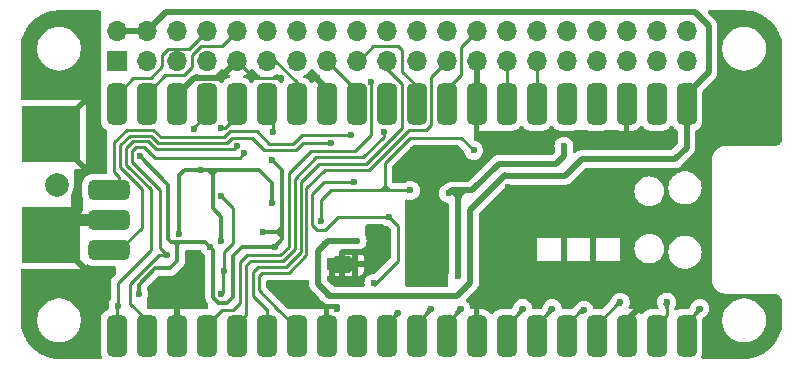
<source format=gbr>
%TF.GenerationSoftware,KiCad,Pcbnew,8.0.4*%
%TF.CreationDate,2024-10-10T14:53:49+07:00*%
%TF.ProjectId,ADC_pHAT_AFE,4144435f-7048-4415-945f-4146452e6b69,rev?*%
%TF.SameCoordinates,PX5cbead0PY5705d50*%
%TF.FileFunction,Copper,L2,Bot*%
%TF.FilePolarity,Positive*%
%FSLAX46Y46*%
G04 Gerber Fmt 4.6, Leading zero omitted, Abs format (unit mm)*
G04 Created by KiCad (PCBNEW 8.0.4) date 2024-10-10 14:53:49*
%MOMM*%
%LPD*%
G01*
G04 APERTURE LIST*
G04 Aperture macros list*
%AMRoundRect*
0 Rectangle with rounded corners*
0 $1 Rounding radius*
0 $2 $3 $4 $5 $6 $7 $8 $9 X,Y pos of 4 corners*
0 Add a 4 corners polygon primitive as box body*
4,1,4,$2,$3,$4,$5,$6,$7,$8,$9,$2,$3,0*
0 Add four circle primitives for the rounded corners*
1,1,$1+$1,$2,$3*
1,1,$1+$1,$4,$5*
1,1,$1+$1,$6,$7*
1,1,$1+$1,$8,$9*
0 Add four rect primitives between the rounded corners*
20,1,$1+$1,$2,$3,$4,$5,0*
20,1,$1+$1,$4,$5,$6,$7,0*
20,1,$1+$1,$6,$7,$8,$9,0*
20,1,$1+$1,$8,$9,$2,$3,0*%
G04 Aperture macros list end*
%TA.AperFunction,ComponentPad*%
%ADD10C,0.600000*%
%TD*%
%TA.AperFunction,SMDPad,CuDef*%
%ADD11R,2.650000X1.000000*%
%TD*%
%TA.AperFunction,ComponentPad*%
%ADD12C,2.000000*%
%TD*%
%TA.AperFunction,SMDPad,CuDef*%
%ADD13R,4.900000X4.800000*%
%TD*%
%TA.AperFunction,ComponentPad*%
%ADD14R,1.700000X1.700000*%
%TD*%
%TA.AperFunction,ComponentPad*%
%ADD15O,1.700000X1.700000*%
%TD*%
%TA.AperFunction,SMDPad,CuDef*%
%ADD16RoundRect,0.425000X0.425000X-1.325000X0.425000X1.325000X-0.425000X1.325000X-0.425000X-1.325000X0*%
%TD*%
%TA.AperFunction,SMDPad,CuDef*%
%ADD17RoundRect,0.425000X-1.325000X-0.425000X1.325000X-0.425000X1.325000X0.425000X-1.325000X0.425000X0*%
%TD*%
%TA.AperFunction,ViaPad*%
%ADD18C,0.600000*%
%TD*%
%TA.AperFunction,Conductor*%
%ADD19C,0.250000*%
%TD*%
%TA.AperFunction,Conductor*%
%ADD20C,0.500000*%
%TD*%
%TA.AperFunction,Conductor*%
%ADD21C,0.300000*%
%TD*%
%TA.AperFunction,Conductor*%
%ADD22C,1.000000*%
%TD*%
G04 APERTURE END LIST*
D10*
%TO.P,U3,13,PAD*%
%TO.N,GNDA*%
X26500000Y8250000D03*
X27500000Y8250000D03*
D11*
X27500000Y8250000D03*
D10*
X28500000Y8250000D03*
%TD*%
D12*
%TO.P,REF\u002A\u002A,1*%
%TO.N,Net-(J1-Pin_2)*%
X3300000Y15000000D03*
%TD*%
D13*
%TO.P,J3,2,Ext*%
%TO.N,GNDA*%
X2825000Y19250000D03*
X2825000Y10750000D03*
%TD*%
D14*
%TO.P,J2,1,Pin_1*%
%TO.N,unconnected-(J2-Pin_1-Pad1)*%
X8400000Y25460000D03*
D15*
%TO.P,J2,2,Pin_2*%
%TO.N,+5V*%
X8400000Y28000000D03*
%TO.P,J2,3,Pin_3*%
%TO.N,SDA*%
X10940000Y25460000D03*
%TO.P,J2,4,Pin_4*%
%TO.N,+5V*%
X10940000Y28000000D03*
%TO.P,J2,5,Pin_5*%
%TO.N,SCL*%
X13480000Y25460000D03*
%TO.P,J2,6,Pin_6*%
%TO.N,GNDA*%
X13480000Y28000000D03*
%TO.P,J2,7,Pin_7*%
%TO.N,SEL0*%
X16020000Y25460000D03*
%TO.P,J2,8,Pin_8*%
%TO.N,TX*%
X16020000Y28000000D03*
%TO.P,J2,9,Pin_9*%
%TO.N,GNDA*%
X18560000Y25460000D03*
%TO.P,J2,10,Pin_10*%
%TO.N,RX*%
X18560000Y28000000D03*
%TO.P,J2,11,Pin_11*%
%TO.N,GPIO21*%
X21100000Y25460000D03*
%TO.P,J2,12,Pin_12*%
%TO.N,SEL1*%
X21100000Y28000000D03*
%TO.P,J2,13,Pin_13*%
%TO.N,unconnected-(J2-Pin_13-Pad13)*%
X23640000Y25460000D03*
%TO.P,J2,14,Pin_14*%
%TO.N,GNDA*%
X23640000Y28000000D03*
%TO.P,J2,15,Pin_15*%
%TO.N,GPIO22*%
X26180000Y25460000D03*
%TO.P,J2,16,Pin_16*%
%TO.N,unconnected-(J2-Pin_16-Pad16)*%
X26180000Y28000000D03*
%TO.P,J2,17,Pin_17*%
%TO.N,GPIO26_ADC0*%
X28720000Y25460000D03*
%TO.P,J2,18,Pin_18*%
%TO.N,unconnected-(J2-Pin_18-Pad18)*%
X28720000Y28000000D03*
%TO.P,J2,19,Pin_19*%
%TO.N,SPI_MO*%
X31260000Y25460000D03*
%TO.P,J2,20,Pin_20*%
%TO.N,unconnected-(J2-Pin_20-Pad20)*%
X31260000Y28000000D03*
%TO.P,J2,21,Pin_21*%
%TO.N,SPI_MI*%
X33800000Y25460000D03*
%TO.P,J2,22,Pin_22*%
%TO.N,GNDA*%
X33800000Y28000000D03*
%TO.P,J2,23,Pin_23*%
%TO.N,SPI_CLK*%
X36340000Y25460000D03*
%TO.P,J2,24,Pin_24*%
%TO.N,SPI_CS*%
X36340000Y28000000D03*
%TO.P,J2,25,Pin_25*%
%TO.N,GNDA*%
X38880000Y25460000D03*
%TO.P,J2,26,Pin_26*%
%TO.N,GPIO27_ADC1*%
X38880000Y28000000D03*
%TO.P,J2,27,Pin_27*%
%TO.N,GPIO28_ADC2*%
X41420000Y25460000D03*
%TO.P,J2,28,Pin_28*%
%TO.N,unconnected-(J2-Pin_28-Pad28)*%
X41420000Y28000000D03*
%TO.P,J2,29,Pin_29*%
%TO.N,ADC_VREF*%
X43960000Y25460000D03*
%TO.P,J2,30,Pin_30*%
%TO.N,GNDA*%
X43960000Y28000000D03*
%TO.P,J2,31,Pin_31*%
%TO.N,unconnected-(J2-Pin_31-Pad31)*%
X46500000Y25460000D03*
%TO.P,J2,32,Pin_32*%
%TO.N,GPIO24*%
X46500000Y28000000D03*
%TO.P,J2,33,Pin_33*%
%TO.N,unconnected-(J2-Pin_33-Pad33)*%
X49040000Y25460000D03*
%TO.P,J2,34,Pin_34*%
%TO.N,GNDA*%
X49040000Y28000000D03*
%TO.P,J2,35,Pin_35*%
%TO.N,unconnected-(J2-Pin_35-Pad35)*%
X51580000Y25460000D03*
%TO.P,J2,36,Pin_36*%
%TO.N,GPIO25*%
X51580000Y28000000D03*
%TO.P,J2,37,Pin_37*%
%TO.N,unconnected-(J2-Pin_37-Pad37)*%
X54120000Y25460000D03*
%TO.P,J2,38,Pin_38*%
%TO.N,GNDA*%
X54120000Y28000000D03*
%TO.P,J2,39,Pin_39*%
X56660000Y25460000D03*
%TO.P,J2,40,Pin_40*%
%TO.N,unconnected-(J2-Pin_40-Pad40)*%
X56660000Y28000000D03*
%TD*%
D16*
%TO.P,U1,1,GPIO0*%
%TO.N,ADC_CLK*%
X56630000Y2210000D03*
%TO.P,U1,2,GPIO1*%
%TO.N,GPIO0*%
X54090000Y2210000D03*
%TO.P,U1,3,GND*%
%TO.N,GNDA*%
X51550000Y2210000D03*
%TO.P,U1,4,GPIO2*%
%TO.N,GPIO1*%
X49010000Y2210000D03*
%TO.P,U1,5,GPIO3*%
%TO.N,GPIO2*%
X46470000Y2210000D03*
%TO.P,U1,6,GPIO4*%
%TO.N,GPIO3*%
X43930000Y2210000D03*
%TO.P,U1,7,GPIO5*%
%TO.N,GPIO4*%
X41390000Y2210000D03*
%TO.P,U1,8,GND*%
%TO.N,GNDA*%
X38850000Y2210000D03*
%TO.P,U1,9,GPIO6*%
%TO.N,GPIO5*%
X36310000Y2210000D03*
%TO.P,U1,10,GPIO7*%
%TO.N,GPIO6*%
X33770000Y2210000D03*
%TO.P,U1,11,GPIO8*%
%TO.N,GPIO7*%
X31230000Y2210000D03*
%TO.P,U1,12,GPIO9*%
%TO.N,unconnected-(U1-GPIO9-Pad12)*%
X28690000Y2210000D03*
%TO.P,U1,13,GND*%
%TO.N,GNDA*%
X26150000Y2210000D03*
%TO.P,U1,14,GPIO10*%
%TO.N,SPI_CLK*%
X23610000Y2210000D03*
%TO.P,U1,15,GPIO11*%
%TO.N,SPI_MO*%
X21070000Y2210000D03*
%TO.P,U1,16,GPIO12*%
%TO.N,SPI_MI*%
X18530000Y2210000D03*
%TO.P,U1,17,GPIO13*%
%TO.N,SPI_CS*%
X15990000Y2210000D03*
%TO.P,U1,18,GND*%
%TO.N,GNDA*%
X13450000Y2210000D03*
%TO.P,U1,19,GPIO14*%
%TO.N,SEL1*%
X10910000Y2210000D03*
%TO.P,U1,20,GPIO15*%
%TO.N,SEL0*%
X8370000Y2210000D03*
%TO.P,U1,21,GPIO16*%
%TO.N,TX*%
X8370000Y21790000D03*
%TO.P,U1,22,GPIO17*%
%TO.N,RX*%
X10910000Y21790000D03*
%TO.P,U1,23,GND*%
%TO.N,GNDA*%
X13450000Y21790000D03*
%TO.P,U1,24,GPIO18*%
%TO.N,SDA*%
X15990000Y21790000D03*
%TO.P,U1,25,GPIO19*%
%TO.N,SCL*%
X18530000Y21790000D03*
%TO.P,U1,26,GPIO20*%
%TO.N,A00*%
X21070000Y21790000D03*
%TO.P,U1,27,GPIO21*%
%TO.N,GPIO21*%
X23610000Y21790000D03*
%TO.P,U1,28,GND*%
%TO.N,GNDA*%
X26150000Y21790000D03*
%TO.P,U1,29,GPIO22*%
%TO.N,GPIO22*%
X28690000Y21790000D03*
%TO.P,U1,30,RUN*%
%TO.N,unconnected-(U1-RUN-Pad30)*%
X31230000Y21790000D03*
%TO.P,U1,31,GPIO26_ADC0*%
%TO.N,GPIO26_ADC0*%
X33770000Y21790000D03*
%TO.P,U1,32,GPIO27_ADC1*%
%TO.N,GPIO27_ADC1*%
X36310000Y21790000D03*
%TO.P,U1,33,AGND*%
%TO.N,GNDA*%
X38850000Y21790000D03*
%TO.P,U1,34,GPIO28_ADC2*%
%TO.N,GPIO28_ADC2*%
X41390000Y21790000D03*
%TO.P,U1,35,ADC_VREF*%
%TO.N,ADC_VREF*%
X43930000Y21790000D03*
%TO.P,U1,36,3V3*%
%TO.N,+3.3V*%
X46470000Y21790000D03*
%TO.P,U1,37,3V3_EN*%
%TO.N,unconnected-(U1-3V3_EN-Pad37)*%
X49010000Y21790000D03*
%TO.P,U1,38,GND*%
%TO.N,GNDA*%
X51550000Y21790000D03*
%TO.P,U1,39,VSYS*%
%TO.N,unconnected-(U1-VSYS-Pad39)*%
X54090000Y21790000D03*
%TO.P,U1,40,VBUS*%
%TO.N,+5V*%
X56630000Y21790000D03*
D17*
%TO.P,U1,41,SWCLK*%
%TO.N,GPIO25*%
X7700000Y9460000D03*
%TO.P,U1,42,GND*%
%TO.N,GNDA*%
X7700000Y12000000D03*
%TO.P,U1,43,SWDIO*%
%TO.N,GPIO24*%
X7700000Y14540000D03*
%TD*%
D18*
%TO.N,SDA*%
X14950000Y19700000D03*
%TO.N,+3.3V*%
X46500000Y20325000D03*
%TO.N,SCL*%
X17200000Y19800000D03*
%TO.N,+3.3VA*%
X20750000Y11000000D03*
X25700000Y11950000D03*
X10250000Y5750000D03*
X38600000Y17900000D03*
X21750000Y9750000D03*
X10375000Y17375000D03*
X16250000Y9750000D03*
X21550000Y17100000D03*
X33250000Y14500000D03*
%TO.N,+5V*%
X26250000Y5750000D03*
X26000000Y10000000D03*
X28750000Y10250000D03*
%TO.N,-3V3*%
X30160000Y6650000D03*
X28450000Y15200000D03*
X17250000Y10250000D03*
X15500000Y16250000D03*
X21550000Y13400000D03*
X13700000Y10800000D03*
X31450000Y12250000D03*
%TO.N,GNDA*%
X33200000Y9600000D03*
X38900000Y16450000D03*
X41500000Y14750000D03*
X34550000Y14200000D03*
X33200000Y8300000D03*
X6250000Y21000000D03*
X6250000Y7250000D03*
X33200000Y11150000D03*
X4750000Y7250000D03*
X4750000Y22500000D03*
X22300000Y24050000D03*
X13250000Y5750000D03*
X34500000Y9600000D03*
X34500000Y8250000D03*
X41750000Y9500000D03*
X34650000Y6650000D03*
X6250000Y18500000D03*
X41400000Y7050000D03*
X53950000Y18900000D03*
X12500000Y4750000D03*
X52750000Y19500000D03*
X41750000Y11250000D03*
X33500000Y17900000D03*
X8000000Y7750000D03*
X43600000Y9100000D03*
X3250000Y22500000D03*
X35700000Y6950000D03*
X7250000Y4750000D03*
X6250000Y17250000D03*
X34500000Y11100000D03*
X39950000Y7050000D03*
X13450000Y4650000D03*
X41500000Y13450000D03*
X51500000Y15250000D03*
X2000000Y22500000D03*
X43660787Y10424999D03*
X52750000Y18200000D03*
X31250000Y10950000D03*
X27000000Y4500000D03*
X29800000Y10950000D03*
X15800000Y4800000D03*
X55400000Y19450000D03*
X34500000Y13000000D03*
X33550000Y13400000D03*
X33600000Y6650000D03*
X14500000Y9100000D03*
X3250000Y7250000D03*
X25000000Y24250000D03*
X21900000Y6100000D03*
X11250000Y5000000D03*
X6250000Y22500000D03*
X40950000Y19150000D03*
X750000Y7250000D03*
X2000000Y7250000D03*
X55050000Y18250000D03*
X6250000Y19750000D03*
X750000Y22500000D03*
%TO.N,ADC_CLK*%
X57750000Y4500000D03*
%TO.N,GPIO2*%
X47950000Y4350000D03*
%TO.N,GPIO7*%
X32200000Y4150000D03*
%TO.N,GPIO5*%
X37500000Y4500000D03*
%TO.N,GPIO3*%
X45250000Y4500000D03*
%TO.N,GPIO1*%
X51025000Y5025000D03*
%TO.N,GPIO6*%
X35000000Y4500000D03*
%TO.N,GPIO0*%
X54950000Y5050000D03*
%TO.N,GPIO4*%
X42750000Y4500000D03*
%TO.N,GPIO25*%
X26500000Y18500000D03*
%TO.N,/VA*%
X46250000Y18250000D03*
X37250000Y7250000D03*
X36500000Y14250000D03*
%TO.N,SPI_CS*%
X29950000Y23700000D03*
%TO.N,SPI_MI*%
X31000000Y19450000D03*
%TO.N,GPIO24*%
X28250000Y19200000D03*
%TO.N,SEL1*%
X12650000Y9000000D03*
X19200000Y17650000D03*
%TO.N,SEL0*%
X18550000Y18250000D03*
X8500000Y4750000D03*
%TO.N,Net-(U4-S1)*%
X17250000Y5750000D03*
X17450000Y7700000D03*
X17250000Y14000000D03*
%TO.N,A00*%
X21625000Y19475000D03*
%TD*%
D19*
%TO.N,SDA*%
X14950000Y19700000D02*
X14950000Y19850000D01*
X14950000Y19850000D02*
X15990000Y20890000D01*
D20*
%TO.N,+3.3V*%
X46500000Y20860000D02*
X46470000Y20890000D01*
X46500000Y20325000D02*
X46500000Y20860000D01*
D19*
%TO.N,SCL*%
X18530000Y20780000D02*
X18530000Y20890000D01*
X17200000Y19800000D02*
X17550000Y19800000D01*
X17550000Y19800000D02*
X18530000Y20780000D01*
%TO.N,+3.3VA*%
X31100000Y14950000D02*
X31100000Y14900000D01*
D21*
X13500000Y9750000D02*
X13500000Y9300000D01*
X13500000Y10100000D02*
X13500000Y9750000D01*
D19*
X37550000Y18950000D02*
X33200000Y18950000D01*
D21*
X16550000Y5450000D02*
X16550000Y9450000D01*
X12900000Y7900000D02*
X11650000Y7900000D01*
D19*
X38600000Y17900000D02*
X37550000Y18950000D01*
D21*
X12750000Y15000000D02*
X10375000Y17375000D01*
X22400000Y11400000D02*
X22400000Y11050000D01*
X15900000Y10100000D02*
X13750000Y10100000D01*
D19*
X31500000Y14500000D02*
X31700000Y14500000D01*
D21*
X22400000Y10400000D02*
X22400000Y10600000D01*
D19*
X31100000Y14900000D02*
X30700000Y14500000D01*
X25700000Y13650000D02*
X26550000Y14500000D01*
D21*
X22400000Y16250000D02*
X22400000Y11400000D01*
X22000000Y11000000D02*
X22350000Y11000000D01*
X13000000Y10100000D02*
X12750000Y10350000D01*
X13500000Y9850000D02*
X13250000Y10100000D01*
X22400000Y11050000D02*
X22400000Y10600000D01*
D19*
X26550000Y14500000D02*
X30550000Y14500000D01*
D21*
X22000000Y11000000D02*
X22400000Y11400000D01*
D19*
X31100000Y14500000D02*
X31100000Y14950000D01*
D21*
X13250000Y10100000D02*
X13000000Y10100000D01*
X18200000Y8950000D02*
X18200000Y5450000D01*
X21750000Y9750000D02*
X19000000Y9750000D01*
D19*
X30700000Y14500000D02*
X30550000Y14500000D01*
D21*
X13500000Y9750000D02*
X13500000Y9850000D01*
X13500000Y8500000D02*
X12900000Y7900000D01*
D19*
X31100000Y14500000D02*
X31500000Y14500000D01*
D21*
X17000000Y5000000D02*
X16550000Y5450000D01*
X13500000Y9300000D02*
X13500000Y8500000D01*
X17750000Y5000000D02*
X17000000Y5000000D01*
X13500000Y9850000D02*
X13750000Y10100000D01*
X19000000Y9750000D02*
X18200000Y8950000D01*
X18200000Y5450000D02*
X17750000Y5000000D01*
D19*
X25700000Y11950000D02*
X25700000Y13650000D01*
D21*
X13750000Y10100000D02*
X13250000Y10100000D01*
D19*
X30550000Y14500000D02*
X31100000Y14500000D01*
D21*
X22350000Y11000000D02*
X22400000Y11050000D01*
D19*
X33200000Y18950000D02*
X31100000Y16850000D01*
D21*
X16250000Y9750000D02*
X15900000Y10100000D01*
X16550000Y9450000D02*
X16250000Y9750000D01*
X22000000Y11000000D02*
X22400000Y10600000D01*
X12750000Y10350000D02*
X12750000Y15000000D01*
X11650000Y7900000D02*
X10250000Y6500000D01*
X20750000Y11000000D02*
X22000000Y11000000D01*
X21550000Y17100000D02*
X22400000Y16250000D01*
D19*
X31100000Y14900000D02*
X31500000Y14500000D01*
D21*
X10250000Y6500000D02*
X10250000Y5750000D01*
D19*
X31500000Y14500000D02*
X33250000Y14500000D01*
D21*
X21750000Y9750000D02*
X22400000Y10400000D01*
D19*
X31100000Y16850000D02*
X31100000Y14950000D01*
D20*
%TO.N,+5V*%
X47750000Y17150000D02*
X55650000Y17150000D01*
X56630000Y20890000D02*
X56630000Y22630000D01*
X41250000Y15800000D02*
X41300000Y15750000D01*
X57350000Y29600000D02*
X12540000Y29600000D01*
X58500000Y28450000D02*
X57350000Y29600000D01*
X8400000Y28000000D02*
X10940000Y28000000D01*
X37200000Y5600000D02*
X38300000Y6700000D01*
X26000000Y10000000D02*
X26250000Y10250000D01*
X56630000Y22630000D02*
X58500000Y24500000D01*
X41300000Y15750000D02*
X46350000Y15750000D01*
X26400000Y5600000D02*
X37200000Y5600000D01*
X38300000Y12850000D02*
X41250000Y15800000D01*
X58500000Y24500000D02*
X58500000Y28450000D01*
X56630000Y18130000D02*
X56630000Y20890000D01*
X55650000Y17150000D02*
X56630000Y18130000D01*
X12540000Y29600000D02*
X10940000Y28000000D01*
X25400000Y6600000D02*
X26250000Y5750000D01*
X25400000Y9400000D02*
X25400000Y6600000D01*
X26000000Y10000000D02*
X25400000Y9400000D01*
X26250000Y10250000D02*
X28750000Y10250000D01*
X38300000Y6700000D02*
X38300000Y12850000D01*
X46350000Y15750000D02*
X47750000Y17150000D01*
X26250000Y5750000D02*
X26400000Y5600000D01*
D19*
%TO.N,ADC_VREF*%
X43930000Y20890000D02*
X43930000Y25430000D01*
X43930000Y25430000D02*
X43960000Y25460000D01*
D21*
%TO.N,-3V3*%
X16500000Y15900000D02*
X16850000Y16250000D01*
D19*
X25900000Y15200000D02*
X28450000Y15200000D01*
D21*
X16150000Y16250000D02*
X16000000Y16250000D01*
X13700000Y10800000D02*
X13700000Y15800000D01*
X16850000Y16250000D02*
X17000000Y16250000D01*
D19*
X27150000Y12250000D02*
X26050000Y11150000D01*
D21*
X16500000Y15800000D02*
X16500000Y13000000D01*
X16500000Y13000000D02*
X17250000Y12250000D01*
X21550000Y15150000D02*
X21550000Y13400000D01*
X16500000Y15800000D02*
X16500000Y15900000D01*
D19*
X26050000Y11150000D02*
X25350000Y11150000D01*
D21*
X16500000Y15900000D02*
X16150000Y16250000D01*
X16500000Y16250000D02*
X16500000Y15800000D01*
X15500000Y16250000D02*
X16000000Y16250000D01*
X14150000Y16250000D02*
X15500000Y16250000D01*
D19*
X32200000Y11500000D02*
X31450000Y12250000D01*
D21*
X20450000Y16250000D02*
X21550000Y15150000D01*
D19*
X30160000Y6510000D02*
X32200000Y8550000D01*
D21*
X17000000Y16250000D02*
X20450000Y16250000D01*
D19*
X32200000Y8550000D02*
X32200000Y11500000D01*
D21*
X17250000Y12250000D02*
X17250000Y10250000D01*
X13700000Y15800000D02*
X14150000Y16250000D01*
D19*
X25350000Y11150000D02*
X24900000Y11600000D01*
X24900000Y14200000D02*
X25900000Y15200000D01*
X24900000Y11600000D02*
X24900000Y14200000D01*
X31450000Y12250000D02*
X27150000Y12250000D01*
D21*
X16750000Y16250000D02*
X17000000Y16250000D01*
X16000000Y16250000D02*
X16750000Y16250000D01*
D20*
%TO.N,GNDA*%
X13450000Y22600000D02*
X14900000Y24050000D01*
X28550000Y7650000D02*
X28550000Y9250000D01*
X38880000Y20920000D02*
X38850000Y20890000D01*
D22*
X5000000Y12925000D02*
X2825000Y10750000D01*
D20*
X51550000Y3550000D02*
X53500000Y5500000D01*
X28550000Y6700000D02*
X28550000Y8300000D01*
X38880000Y25460000D02*
X38880000Y20920000D01*
X26150000Y3110000D02*
X26150000Y3650000D01*
X26650000Y6800000D02*
X26650000Y8400000D01*
D19*
X19970000Y24050000D02*
X18560000Y25460000D01*
D20*
X14900000Y24050000D02*
X17150000Y24050000D01*
X26150000Y23100000D02*
X25000000Y24250000D01*
D19*
X22300000Y24050000D02*
X19970000Y24050000D01*
D20*
X17150000Y24050000D02*
X18560000Y25460000D01*
D22*
X8600000Y12000000D02*
X4075000Y12000000D01*
D20*
X13450000Y3110000D02*
X13450000Y4650000D01*
X13450000Y20890000D02*
X13450000Y22600000D01*
D22*
X5000000Y13762500D02*
X5000000Y12925000D01*
D20*
X26150000Y20890000D02*
X26150000Y23100000D01*
X4075000Y12000000D02*
X2825000Y10750000D01*
X27500000Y9250000D02*
X29100000Y9250000D01*
X51550000Y3110000D02*
X51550000Y3550000D01*
D19*
%TO.N,SPI_CLK*%
X34600000Y19600000D02*
X35000000Y20000000D01*
X22950000Y7550000D02*
X24450000Y9050000D01*
X23610000Y3110000D02*
X23390000Y3110000D01*
X26000000Y16250000D02*
X29750000Y16250000D01*
X22000000Y4500000D02*
X20400000Y6100000D01*
X24450000Y14700000D02*
X26000000Y16250000D01*
X35000000Y24120000D02*
X36340000Y25460000D01*
X20400000Y6100000D02*
X20400000Y7250000D01*
X20400000Y7250000D02*
X20700000Y7550000D01*
X35000000Y20000000D02*
X35000000Y24120000D01*
X33100000Y19600000D02*
X34600000Y19600000D01*
X20700000Y7550000D02*
X22950000Y7550000D01*
X23390000Y3110000D02*
X22000000Y4500000D01*
X24450000Y9050000D02*
X24450000Y14700000D01*
X29750000Y16250000D02*
X33100000Y19600000D01*
%TO.N,GPIO28_ADC2*%
X41420000Y25460000D02*
X41420000Y20920000D01*
X41420000Y20920000D02*
X41390000Y20890000D01*
%TO.N,TX*%
X12250000Y26000000D02*
X12750000Y26500000D01*
X12250000Y25000000D02*
X12250000Y26000000D01*
X8370000Y20890000D02*
X8370000Y22620000D01*
X8370000Y22620000D02*
X9750000Y24000000D01*
X14520000Y26500000D02*
X16020000Y28000000D01*
X12750000Y26500000D02*
X14520000Y26500000D01*
X9750000Y24000000D02*
X11250000Y24000000D01*
X11250000Y24000000D02*
X12250000Y25000000D01*
%TO.N,GPIO26_ADC0*%
X33770000Y20890000D02*
X33770000Y23330000D01*
X32200000Y26700000D02*
X30100000Y26700000D01*
X32550000Y24550000D02*
X32550000Y26350000D01*
X33770000Y23330000D02*
X32550000Y24550000D01*
X28860000Y25460000D02*
X28720000Y25460000D01*
X32550000Y26350000D02*
X32200000Y26700000D01*
X30100000Y26700000D02*
X28860000Y25460000D01*
%TO.N,GPIO27_ADC1*%
X37500000Y26620000D02*
X38880000Y28000000D01*
X36310000Y20890000D02*
X36310000Y23060000D01*
X36310000Y23060000D02*
X37500000Y24250000D01*
X37500000Y24250000D02*
X37500000Y26620000D01*
%TO.N,ADC_CLK*%
X56630000Y3380000D02*
X56630000Y3110000D01*
X57750000Y4500000D02*
X56630000Y3380000D01*
%TO.N,GPIO2*%
X47710000Y4350000D02*
X46470000Y3110000D01*
X47950000Y4350000D02*
X47710000Y4350000D01*
%TO.N,GPIO7*%
X32200000Y4150000D02*
X31230000Y3180000D01*
X31230000Y3180000D02*
X31230000Y3110000D01*
%TO.N,GPIO5*%
X36310000Y3310000D02*
X36310000Y3110000D01*
X37500000Y4500000D02*
X36310000Y3310000D01*
%TO.N,GPIO3*%
X43930000Y3180000D02*
X43930000Y3110000D01*
X45250000Y4500000D02*
X43930000Y3180000D01*
%TO.N,GPIO1*%
X50925000Y5025000D02*
X49010000Y3110000D01*
X51025000Y5025000D02*
X50925000Y5025000D01*
%TO.N,GPIO6*%
X35000000Y4500000D02*
X33770000Y3270000D01*
X33770000Y3270000D02*
X33770000Y3110000D01*
%TO.N,GPIO0*%
X54950000Y3970000D02*
X54090000Y3110000D01*
X54950000Y5050000D02*
X54950000Y3970000D01*
%TO.N,GPIO4*%
X42750000Y4470000D02*
X41390000Y3110000D01*
X42750000Y4500000D02*
X42750000Y4470000D01*
%TO.N,GPIO25*%
X19850000Y18900000D02*
X20850000Y17900000D01*
X23600000Y17900000D02*
X24200000Y18500000D01*
X20850000Y17900000D02*
X23600000Y17900000D01*
X11907106Y18500000D02*
X17750000Y18500000D01*
X9500000Y19150000D02*
X11257106Y19150000D01*
X8700000Y16450000D02*
X8700000Y18350000D01*
X8600000Y9460000D02*
X10500000Y11360000D01*
X11257106Y19150000D02*
X11907106Y18500000D01*
X24200000Y18500000D02*
X26500000Y18500000D01*
X8700000Y18350000D02*
X9500000Y19150000D01*
X17750000Y18500000D02*
X18150000Y18900000D01*
X10500000Y11360000D02*
X10500000Y14650000D01*
X10500000Y14650000D02*
X8700000Y16450000D01*
X18150000Y18900000D02*
X19850000Y18900000D01*
%TO.N,RX*%
X10910000Y20890000D02*
X10910000Y22660000D01*
X14750000Y24950000D02*
X14750000Y26000000D01*
X12500000Y24250000D02*
X14050000Y24250000D01*
X14750000Y26000000D02*
X15500000Y26750000D01*
X14050000Y24250000D02*
X14750000Y24950000D01*
X10910000Y22660000D02*
X12500000Y24250000D01*
X17310000Y26750000D02*
X18560000Y28000000D01*
X15500000Y26750000D02*
X17310000Y26750000D01*
D20*
%TO.N,/VA*%
X46250000Y17450000D02*
X45550000Y16750000D01*
X46250000Y18250000D02*
X46250000Y17450000D01*
X45550000Y16750000D02*
X40750000Y16750000D01*
X37250000Y7250000D02*
X37250000Y13950000D01*
X37250000Y14000000D02*
X36750000Y14500000D01*
X36500000Y14250000D02*
X36750000Y14500000D01*
X37800000Y14500000D02*
X37850000Y14500000D01*
X37250000Y13950000D02*
X37250000Y14000000D01*
X38500000Y14500000D02*
X37850000Y14500000D01*
X37250000Y13950000D02*
X37250000Y14500000D01*
X37250000Y13950000D02*
X37800000Y14500000D01*
X37850000Y14500000D02*
X37250000Y14500000D01*
X40750000Y16750000D02*
X38500000Y14500000D01*
X36750000Y14500000D02*
X37250000Y14500000D01*
D19*
%TO.N,SPI_CS*%
X18250000Y4400000D02*
X18800000Y4950000D01*
X22950000Y9750000D02*
X22950000Y15950000D01*
X22950000Y15950000D02*
X24800000Y17800000D01*
X24800000Y17800000D02*
X28550000Y17800000D01*
X28550000Y17800000D02*
X29950000Y19200000D01*
X22250000Y9050000D02*
X22950000Y9750000D01*
X18800000Y8450000D02*
X19400000Y9050000D01*
X29950000Y19200000D02*
X29950000Y23700000D01*
X19400000Y9050000D02*
X22250000Y9050000D01*
X16010000Y3110000D02*
X17300000Y4400000D01*
X17300000Y4400000D02*
X18250000Y4400000D01*
X18800000Y4950000D02*
X18800000Y8450000D01*
X15990000Y3110000D02*
X16010000Y3110000D01*
%TO.N,GPIO21*%
X23610000Y23640000D02*
X23610000Y20890000D01*
X21100000Y25460000D02*
X21790000Y25460000D01*
X21790000Y25460000D02*
X23610000Y23640000D01*
%TO.N,SPI_MO*%
X21070000Y3110000D02*
X21070000Y4430000D01*
X32500000Y19750000D02*
X32500000Y23550000D01*
X31260000Y24790000D02*
X31260000Y25460000D01*
X21070000Y4430000D02*
X21000000Y4500000D01*
X32500000Y23550000D02*
X31260000Y24790000D01*
X23950000Y15200000D02*
X25500000Y16750000D01*
X19900000Y5600000D02*
X19900000Y7600000D01*
X25500000Y16750000D02*
X29500000Y16750000D01*
X19900000Y7600000D02*
X20350000Y8050000D01*
X29500000Y16750000D02*
X32500000Y19750000D01*
X22700000Y8050000D02*
X23950000Y9300000D01*
X23950000Y9300000D02*
X23950000Y15200000D01*
X21000000Y4500000D02*
X19900000Y5600000D01*
X20350000Y8050000D02*
X22700000Y8050000D01*
%TO.N,SPI_MI*%
X23450000Y9542893D02*
X23450000Y15450000D01*
X25300000Y17300000D02*
X29250000Y17300000D01*
X18530000Y3110000D02*
X19350000Y3930000D01*
X19750000Y8550000D02*
X22457107Y8550000D01*
X19350000Y3930000D02*
X19350000Y8150000D01*
X19350000Y8150000D02*
X19750000Y8550000D01*
X29250000Y17300000D02*
X31000000Y19050000D01*
X31000000Y19050000D02*
X31000000Y19450000D01*
X23450000Y15450000D02*
X25300000Y17300000D01*
X22457107Y8550000D02*
X23450000Y9542893D01*
%TO.N,GPIO22*%
X26180000Y25460000D02*
X28690000Y22950000D01*
X28690000Y22950000D02*
X28690000Y20890000D01*
%TO.N,GPIO24*%
X11464212Y19650000D02*
X12114212Y19000000D01*
X8200000Y16050000D02*
X8200000Y18600000D01*
X24100000Y19200000D02*
X28250000Y19200000D01*
X8200000Y18600000D02*
X9250000Y19650000D01*
X18000000Y19500000D02*
X20250000Y19500000D01*
X23350000Y18450000D02*
X24100000Y19200000D01*
X9250000Y19650000D02*
X11464212Y19650000D01*
X21300000Y18450000D02*
X23350000Y18450000D01*
X8600000Y15650000D02*
X8200000Y16050000D01*
X12114212Y19000000D02*
X17500000Y19000000D01*
X20250000Y19500000D02*
X21300000Y18450000D01*
X17500000Y19000000D02*
X18000000Y19500000D01*
X8600000Y14540000D02*
X8600000Y15650000D01*
%TO.N,SEL1*%
X12050000Y9600000D02*
X12050000Y14550000D01*
X9700000Y17850000D02*
X10000000Y18150000D01*
X11600000Y17250000D02*
X18800000Y17250000D01*
X10910000Y3110000D02*
X10910000Y3490000D01*
X10000000Y18150000D02*
X10700000Y18150000D01*
X10700000Y18150000D02*
X11600000Y17250000D01*
X12050000Y14550000D02*
X9700000Y16900000D01*
X12650000Y9000000D02*
X12050000Y9600000D01*
X9700000Y16900000D02*
X9700000Y17850000D01*
X18800000Y17250000D02*
X19200000Y17650000D01*
X9550000Y4850000D02*
X9550000Y6600000D01*
X11950000Y9000000D02*
X12650000Y9000000D01*
X10910000Y3490000D02*
X9550000Y4850000D01*
X9550000Y6600000D02*
X11950000Y9000000D01*
%TO.N,SEL0*%
X11250000Y14625000D02*
X11250000Y9450000D01*
X9200000Y18100000D02*
X9200000Y16675000D01*
X18300000Y18000000D02*
X11700000Y18000000D01*
X9750000Y18650000D02*
X9200000Y18100000D01*
X8370000Y3110000D02*
X8370000Y4620000D01*
X18550000Y18250000D02*
X18300000Y18000000D01*
X8500000Y6700000D02*
X8500000Y4750000D01*
X11050000Y18650000D02*
X9750000Y18650000D01*
X9200000Y16675000D02*
X11250000Y14625000D01*
X11700000Y18000000D02*
X11050000Y18650000D01*
X11250000Y9450000D02*
X8500000Y6700000D01*
X8370000Y4620000D02*
X8500000Y4750000D01*
%TO.N,Net-(U4-S1)*%
X17350000Y7600000D02*
X17350000Y5850000D01*
X17350000Y5850000D02*
X17250000Y5750000D01*
X18250000Y13000000D02*
X17250000Y14000000D01*
X17450000Y7700000D02*
X17450000Y9250000D01*
X18250000Y10050000D02*
X18250000Y13000000D01*
X17450000Y7700000D02*
X17350000Y7600000D01*
X17450000Y9250000D02*
X18250000Y10050000D01*
%TO.N,A00*%
X21625000Y20335000D02*
X21070000Y20890000D01*
X21625000Y19475000D02*
X21625000Y20335000D01*
%TD*%
%TA.AperFunction,Conductor*%
%TO.N,GNDA*%
G36*
X2868333Y11044373D02*
G01*
X2912680Y11015872D01*
X5746139Y8182413D01*
X5753957Y8184114D01*
X5781510Y8220920D01*
X5846974Y8245337D01*
X5912115Y8232138D01*
X6011046Y8181731D01*
X6041504Y8166212D01*
X6229422Y8115859D01*
X6310222Y8109500D01*
X8176000Y8109500D01*
X8243039Y8089815D01*
X8288794Y8037011D01*
X8300000Y7985500D01*
X8300000Y7435953D01*
X8280315Y7368914D01*
X8263680Y7348272D01*
X8101270Y7185861D01*
X8101267Y7185858D01*
X8067672Y7152263D01*
X8014142Y7098734D01*
X7991029Y7064142D01*
X7945689Y6996288D01*
X7945687Y6996284D01*
X7924642Y6945478D01*
X7924643Y6945477D01*
X7904268Y6896286D01*
X7904267Y6896285D01*
X7898538Y6882455D01*
X7898537Y6882453D01*
X7875009Y6764161D01*
X7875005Y6764145D01*
X7874500Y6761612D01*
X7874500Y5294855D01*
X7855494Y5228883D01*
X7774211Y5099524D01*
X7714631Y4929255D01*
X7714630Y4929250D01*
X7694435Y4750004D01*
X7694435Y4749997D01*
X7714630Y4570754D01*
X7714633Y4570741D01*
X7715068Y4569498D01*
X7715111Y4568647D01*
X7716181Y4563961D01*
X7715359Y4563774D01*
X7718626Y4499719D01*
X7683893Y4439094D01*
X7630120Y4408777D01*
X7611506Y4403790D01*
X7438161Y4315466D01*
X7286968Y4193032D01*
X7164534Y4041839D01*
X7076212Y3868496D01*
X7025858Y3680575D01*
X7019500Y3599784D01*
X7019500Y820217D01*
X7025858Y739426D01*
X7025858Y739423D01*
X7025859Y739422D01*
X7076212Y551504D01*
X7100000Y504818D01*
X7137716Y430795D01*
X7150612Y362125D01*
X7124335Y297385D01*
X7067229Y257128D01*
X7027231Y250500D01*
X3554173Y250500D01*
X3554161Y250501D01*
X3544171Y250501D01*
X3503247Y250501D01*
X3496757Y250671D01*
X3166822Y267963D01*
X3153914Y269320D01*
X2830816Y320493D01*
X2818120Y323191D01*
X2502125Y407862D01*
X2489782Y411873D01*
X2184378Y529106D01*
X2172520Y534385D01*
X2138920Y551505D01*
X1881030Y682907D01*
X1869803Y689389D01*
X1595439Y867563D01*
X1584951Y875183D01*
X1330706Y1081066D01*
X1321062Y1089750D01*
X1089750Y1321062D01*
X1081065Y1330707D01*
X875187Y1584945D01*
X867565Y1595435D01*
X689379Y1869817D01*
X682909Y1881023D01*
X534379Y2172530D01*
X529105Y2184378D01*
X509684Y2234971D01*
X411872Y2489783D01*
X407861Y2502125D01*
X360254Y2679795D01*
X323188Y2818126D01*
X320492Y2830816D01*
X308917Y2903896D01*
X269319Y3153915D01*
X267962Y3166822D01*
X250671Y3496757D01*
X250501Y3503247D01*
X250501Y3554159D01*
X250500Y3554173D01*
X250500Y3621289D01*
X1649500Y3621289D01*
X1649500Y3378712D01*
X1681161Y3138215D01*
X1743947Y2903896D01*
X1779477Y2818120D01*
X1836776Y2679788D01*
X1958064Y2469711D01*
X1958066Y2469708D01*
X1958067Y2469707D01*
X2105733Y2277264D01*
X2105739Y2277257D01*
X2277256Y2105740D01*
X2277263Y2105734D01*
X2372718Y2032489D01*
X2469711Y1958064D01*
X2679788Y1836776D01*
X2903900Y1743946D01*
X3138211Y1681162D01*
X3318586Y1657416D01*
X3378711Y1649500D01*
X3378712Y1649500D01*
X3621289Y1649500D01*
X3669388Y1655833D01*
X3861789Y1681162D01*
X4096100Y1743946D01*
X4320212Y1836776D01*
X4530289Y1958064D01*
X4722738Y2105735D01*
X4894265Y2277262D01*
X5041936Y2469711D01*
X5163224Y2679788D01*
X5256054Y2903900D01*
X5318838Y3138211D01*
X5350500Y3378712D01*
X5350500Y3621288D01*
X5349206Y3631114D01*
X5333119Y3753309D01*
X5318838Y3861789D01*
X5256054Y4096100D01*
X5163224Y4320212D01*
X5041936Y4530289D01*
X4956708Y4641360D01*
X4894266Y4722737D01*
X4894260Y4722744D01*
X4722743Y4894261D01*
X4722736Y4894267D01*
X4530293Y5041933D01*
X4530292Y5041934D01*
X4530289Y5041936D01*
X4333478Y5155565D01*
X4320214Y5163223D01*
X4320205Y5163227D01*
X4096104Y5256053D01*
X3978944Y5287446D01*
X3861789Y5318838D01*
X3861788Y5318839D01*
X3861785Y5318839D01*
X3621289Y5350500D01*
X3621288Y5350500D01*
X3378712Y5350500D01*
X3378711Y5350500D01*
X3138214Y5318839D01*
X2903895Y5256053D01*
X2679794Y5163227D01*
X2679785Y5163223D01*
X2469706Y5041933D01*
X2277263Y4894267D01*
X2277256Y4894261D01*
X2105739Y4722744D01*
X2105733Y4722737D01*
X1958067Y4530294D01*
X1958064Y4530290D01*
X1958064Y4530289D01*
X1953276Y4521996D01*
X1836777Y4320215D01*
X1836773Y4320206D01*
X1743947Y4096105D01*
X1681161Y3861786D01*
X1649500Y3621289D01*
X250500Y3621289D01*
X250500Y7726000D01*
X270185Y7793039D01*
X322989Y7838794D01*
X374500Y7850000D01*
X5322819Y7850000D01*
X5322819Y7850001D01*
X5366727Y7854721D01*
X2559128Y10662320D01*
X2525643Y10723643D01*
X2530627Y10793335D01*
X2559128Y10837682D01*
X2737318Y11015872D01*
X2798641Y11049357D01*
X2868333Y11044373D01*
G37*
%TD.AperFunction*%
%TA.AperFunction,Conductor*%
G36*
X61445839Y29749499D02*
G01*
X61455829Y29749499D01*
X61496753Y29749499D01*
X61503242Y29749330D01*
X61833177Y29732038D01*
X61846085Y29730681D01*
X62169190Y29679507D01*
X62181873Y29676812D01*
X62497880Y29592138D01*
X62510218Y29588128D01*
X62815626Y29470893D01*
X62827469Y29465621D01*
X63118976Y29317091D01*
X63130190Y29310616D01*
X63404564Y29132435D01*
X63415045Y29124820D01*
X63644482Y28939027D01*
X63669292Y28918936D01*
X63678937Y28910251D01*
X63910249Y28678939D01*
X63918934Y28669294D01*
X64124812Y28415056D01*
X64132437Y28404562D01*
X64310616Y28130190D01*
X64317093Y28118971D01*
X64377712Y28000001D01*
X64465615Y27827481D01*
X64470894Y27815623D01*
X64588127Y27510219D01*
X64592138Y27497876D01*
X64676809Y27181881D01*
X64679507Y27169185D01*
X64730680Y26846087D01*
X64732037Y26833179D01*
X64749329Y26503244D01*
X64749499Y26496754D01*
X64749499Y26441397D01*
X64749500Y26441388D01*
X64749500Y19006093D01*
X64748903Y18993939D01*
X64736296Y18865936D01*
X64731554Y18842094D01*
X64695993Y18724866D01*
X64686690Y18702408D01*
X64628942Y18594370D01*
X64615438Y18574160D01*
X64537725Y18479465D01*
X64520535Y18462275D01*
X64425840Y18384562D01*
X64405630Y18371058D01*
X64297592Y18313310D01*
X64275134Y18304007D01*
X64157906Y18268446D01*
X64134064Y18263704D01*
X64006062Y18251097D01*
X63993908Y18250500D01*
X59901578Y18250500D01*
X59707173Y18219710D01*
X59519970Y18158883D01*
X59344594Y18069524D01*
X59253741Y18003515D01*
X59185354Y17953828D01*
X59185352Y17953826D01*
X59185351Y17953826D01*
X59046174Y17814649D01*
X59046174Y17814648D01*
X59046172Y17814646D01*
X58998840Y17749500D01*
X58930476Y17655406D01*
X58841117Y17480030D01*
X58780290Y17292827D01*
X58749500Y17098423D01*
X58749500Y6901578D01*
X58780290Y6707174D01*
X58841117Y6519971D01*
X58923090Y6359091D01*
X58930476Y6344595D01*
X59046172Y6185354D01*
X59185354Y6046172D01*
X59344595Y5930476D01*
X59427455Y5888257D01*
X59519970Y5841118D01*
X59519972Y5841118D01*
X59519975Y5841116D01*
X59601441Y5814646D01*
X59707173Y5780291D01*
X59901578Y5749500D01*
X59901583Y5749500D01*
X59950172Y5749500D01*
X63955830Y5749500D01*
X63993908Y5749500D01*
X64006061Y5748903D01*
X64016635Y5747862D01*
X64134069Y5736296D01*
X64157897Y5731557D01*
X64275140Y5695992D01*
X64297589Y5686692D01*
X64310454Y5679816D01*
X64405630Y5628943D01*
X64425839Y5615440D01*
X64502822Y5552262D01*
X64520535Y5537726D01*
X64537724Y5520537D01*
X64570971Y5480025D01*
X64615438Y5425841D01*
X64628942Y5405631D01*
X64686690Y5297593D01*
X64695992Y5275136D01*
X64702931Y5252262D01*
X64731554Y5157907D01*
X64736296Y5134065D01*
X64745370Y5041936D01*
X64747115Y5024211D01*
X64748903Y5006062D01*
X64749500Y4993908D01*
X64749500Y3554174D01*
X64749499Y3554166D01*
X64749499Y3503248D01*
X64749329Y3496758D01*
X64732037Y3166823D01*
X64730680Y3153915D01*
X64679507Y2830817D01*
X64676809Y2818121D01*
X64592138Y2502126D01*
X64588127Y2489783D01*
X64470894Y2184379D01*
X64465615Y2172521D01*
X64317097Y1881037D01*
X64310607Y1869797D01*
X64132441Y1595446D01*
X64124812Y1584945D01*
X63918935Y1330708D01*
X63910250Y1321063D01*
X63678938Y1089751D01*
X63669293Y1081066D01*
X63415055Y875188D01*
X63404555Y867559D01*
X63130197Y689389D01*
X63118964Y682903D01*
X62827480Y534385D01*
X62815622Y529106D01*
X62510218Y411873D01*
X62497875Y407862D01*
X62181880Y323191D01*
X62169184Y320493D01*
X61846086Y269320D01*
X61833178Y267963D01*
X61503244Y250671D01*
X61496754Y250501D01*
X61445840Y250501D01*
X61445828Y250500D01*
X57972769Y250500D01*
X57905730Y270185D01*
X57859975Y322989D01*
X57850031Y392147D01*
X57862284Y430795D01*
X57889361Y483938D01*
X57923788Y551504D01*
X57974141Y739422D01*
X57980500Y820222D01*
X57980500Y3599778D01*
X57978807Y3621289D01*
X59649500Y3621289D01*
X59649500Y3378712D01*
X59681161Y3138215D01*
X59743947Y2903896D01*
X59779477Y2818120D01*
X59836776Y2679788D01*
X59958064Y2469711D01*
X59958066Y2469708D01*
X59958067Y2469707D01*
X60105733Y2277264D01*
X60105739Y2277257D01*
X60277256Y2105740D01*
X60277263Y2105734D01*
X60372718Y2032489D01*
X60469711Y1958064D01*
X60679788Y1836776D01*
X60903900Y1743946D01*
X61138211Y1681162D01*
X61318586Y1657416D01*
X61378711Y1649500D01*
X61378712Y1649500D01*
X61621289Y1649500D01*
X61669388Y1655833D01*
X61861789Y1681162D01*
X62096100Y1743946D01*
X62320212Y1836776D01*
X62530289Y1958064D01*
X62722738Y2105735D01*
X62894265Y2277262D01*
X63041936Y2469711D01*
X63163224Y2679788D01*
X63256054Y2903900D01*
X63318838Y3138211D01*
X63350500Y3378712D01*
X63350500Y3621288D01*
X63349206Y3631114D01*
X63333119Y3753309D01*
X63318838Y3861789D01*
X63256054Y4096100D01*
X63163224Y4320212D01*
X63041936Y4530289D01*
X62956708Y4641360D01*
X62894266Y4722737D01*
X62894260Y4722744D01*
X62722743Y4894261D01*
X62722736Y4894267D01*
X62530293Y5041933D01*
X62530292Y5041934D01*
X62530289Y5041936D01*
X62333478Y5155565D01*
X62320214Y5163223D01*
X62320205Y5163227D01*
X62096104Y5256053D01*
X61978944Y5287446D01*
X61861789Y5318838D01*
X61861788Y5318839D01*
X61861785Y5318839D01*
X61621289Y5350500D01*
X61621288Y5350500D01*
X61378712Y5350500D01*
X61378711Y5350500D01*
X61138214Y5318839D01*
X60903895Y5256053D01*
X60679794Y5163227D01*
X60679785Y5163223D01*
X60469706Y5041933D01*
X60277263Y4894267D01*
X60277256Y4894261D01*
X60105739Y4722744D01*
X60105733Y4722737D01*
X59958067Y4530294D01*
X59958064Y4530290D01*
X59958064Y4530289D01*
X59953276Y4521996D01*
X59836777Y4320215D01*
X59836773Y4320206D01*
X59743947Y4096105D01*
X59681161Y3861786D01*
X59649500Y3621289D01*
X57978807Y3621289D01*
X57978033Y3631117D01*
X57992396Y3699492D01*
X58041447Y3749249D01*
X58049408Y3753302D01*
X58073359Y3764425D01*
X58084626Y3768999D01*
X58085803Y3769412D01*
X58099522Y3774211D01*
X58252262Y3870184D01*
X58379816Y3997738D01*
X58475789Y4150478D01*
X58535368Y4320745D01*
X58536534Y4331091D01*
X58555565Y4499997D01*
X58555565Y4500004D01*
X58535369Y4679250D01*
X58535368Y4679255D01*
X58531273Y4690957D01*
X58475789Y4849522D01*
X58474067Y4852262D01*
X58426043Y4928692D01*
X58379816Y5002262D01*
X58252262Y5129816D01*
X58243426Y5135368D01*
X58099523Y5225789D01*
X57929254Y5285369D01*
X57929249Y5285370D01*
X57750004Y5305565D01*
X57749996Y5305565D01*
X57570750Y5285370D01*
X57570745Y5285369D01*
X57400476Y5225789D01*
X57247737Y5129816D01*
X57120184Y5002263D01*
X57024211Y4849522D01*
X57024208Y4849516D01*
X57012013Y4814667D01*
X57003849Y4796279D01*
X56994867Y4779802D01*
X56994866Y4779799D01*
X56954563Y4671519D01*
X56950837Y4661164D01*
X56950676Y4660698D01*
X56947096Y4650016D01*
X56928665Y4592872D01*
X56902742Y4547899D01*
X56869369Y4510889D01*
X56864702Y4505270D01*
X56806725Y4466277D01*
X56769316Y4460500D01*
X56140216Y4460500D01*
X56059425Y4454142D01*
X55871501Y4403788D01*
X55762071Y4348031D01*
X55693401Y4335135D01*
X55628661Y4361412D01*
X55588405Y4418519D01*
X55581942Y4464906D01*
X55582968Y4484771D01*
X55596440Y4534909D01*
X55614802Y4570754D01*
X55623747Y4588215D01*
X55628689Y4598127D01*
X55628932Y4598628D01*
X55633729Y4608809D01*
X55633756Y4608866D01*
X55672967Y4694574D01*
X55673992Y4696753D01*
X55675786Y4700475D01*
X55675789Y4700478D01*
X55675790Y4700483D01*
X55677187Y4703378D01*
X55678575Y4706829D01*
X55681804Y4713884D01*
X55684860Y4720698D01*
X55685017Y4721055D01*
X55706879Y4780674D01*
X55707345Y4783849D01*
X55712986Y4806783D01*
X55735368Y4870745D01*
X55736224Y4878342D01*
X55755565Y5049997D01*
X55755565Y5050004D01*
X55735369Y5229250D01*
X55735368Y5229255D01*
X55675789Y5399522D01*
X55675188Y5400478D01*
X55636582Y5461920D01*
X55579816Y5552262D01*
X55452262Y5679816D01*
X55364280Y5735099D01*
X55299523Y5775789D01*
X55129254Y5835369D01*
X55129249Y5835370D01*
X54950004Y5855565D01*
X54949996Y5855565D01*
X54770750Y5835370D01*
X54770745Y5835369D01*
X54600476Y5775789D01*
X54447737Y5679816D01*
X54320184Y5552263D01*
X54224211Y5399524D01*
X54164631Y5229255D01*
X54164630Y5229250D01*
X54144435Y5050004D01*
X54144435Y5049997D01*
X54164630Y4870751D01*
X54164631Y4870746D01*
X54210138Y4740696D01*
X54212049Y4734758D01*
X54218191Y4713892D01*
X54218194Y4713884D01*
X54221464Y4706736D01*
X54222835Y4703336D01*
X54224208Y4700485D01*
X54224211Y4700478D01*
X54224214Y4700473D01*
X54225990Y4696787D01*
X54227037Y4694555D01*
X54253786Y4636088D01*
X54263777Y4566936D01*
X54234795Y4503361D01*
X54176043Y4465547D01*
X54141027Y4460500D01*
X53600216Y4460500D01*
X53519425Y4454142D01*
X53331504Y4403788D01*
X53158161Y4315466D01*
X53006968Y4193032D01*
X52916044Y4080751D01*
X52858556Y4041039D01*
X52788725Y4038712D01*
X52728722Y4074508D01*
X52723313Y4080751D01*
X52632678Y4192674D01*
X52481567Y4315043D01*
X52308315Y4403318D01*
X52120497Y4453645D01*
X52039743Y4460000D01*
X51839757Y4460000D01*
X51772718Y4479685D01*
X51726963Y4532489D01*
X51717019Y4601647D01*
X51734763Y4649972D01*
X51748301Y4671519D01*
X51750789Y4675478D01*
X51810368Y4845745D01*
X51810794Y4849524D01*
X51830565Y5024997D01*
X51830565Y5025004D01*
X51810369Y5204250D01*
X51810368Y5204255D01*
X51793281Y5253086D01*
X51750789Y5374522D01*
X51744832Y5384002D01*
X51659042Y5520536D01*
X51654816Y5527262D01*
X51527262Y5654816D01*
X51487475Y5679816D01*
X51374523Y5750789D01*
X51204254Y5810369D01*
X51204249Y5810370D01*
X51025004Y5830565D01*
X51024996Y5830565D01*
X50845750Y5810370D01*
X50845745Y5810369D01*
X50675476Y5750789D01*
X50522734Y5654814D01*
X50522733Y5654813D01*
X50454369Y5586450D01*
X50448121Y5580618D01*
X50421835Y5557729D01*
X50421833Y5557727D01*
X50400932Y5533488D01*
X50395382Y5527512D01*
X50391986Y5523252D01*
X50388949Y5519591D01*
X50334673Y5456646D01*
X50307525Y5422253D01*
X50306354Y5420629D01*
X50282278Y5384002D01*
X50228904Y5294586D01*
X50217593Y5274621D01*
X50217097Y5273697D01*
X50206630Y5253086D01*
X50179056Y5195574D01*
X50173716Y5185626D01*
X50162300Y5166502D01*
X50149740Y5149088D01*
X50096550Y5087398D01*
X50075304Y5060935D01*
X50066293Y5050885D01*
X49512229Y4496819D01*
X49450906Y4463334D01*
X49424548Y4460500D01*
X48847409Y4460500D01*
X48780370Y4480185D01*
X48734615Y4532989D01*
X48730367Y4543546D01*
X48725130Y4558512D01*
X48675789Y4699522D01*
X48579816Y4852262D01*
X48452262Y4979816D01*
X48429835Y4993908D01*
X48299523Y5075789D01*
X48129254Y5135369D01*
X48129249Y5135370D01*
X47950004Y5155565D01*
X47949996Y5155565D01*
X47770750Y5135370D01*
X47770745Y5135369D01*
X47600476Y5075789D01*
X47447738Y4979816D01*
X47447735Y4979814D01*
X47405371Y4937451D01*
X47392413Y4926176D01*
X47370724Y4909800D01*
X47370715Y4909792D01*
X47284530Y4822898D01*
X47281199Y4819506D01*
X47257933Y4795588D01*
X47214799Y4751246D01*
X47212947Y4749332D01*
X47167443Y4702061D01*
X47157205Y4691424D01*
X47156753Y4690957D01*
X47093606Y4626041D01*
X47092764Y4625184D01*
X47008742Y4540468D01*
X47008730Y4540455D01*
X46981038Y4509434D01*
X46975341Y4503052D01*
X46974331Y4501921D01*
X46915000Y4465020D01*
X46881828Y4460500D01*
X46170829Y4460500D01*
X46103790Y4480185D01*
X46058035Y4532989D01*
X46047609Y4570617D01*
X46035369Y4679250D01*
X46035368Y4679255D01*
X46031273Y4690957D01*
X45975789Y4849522D01*
X45974067Y4852262D01*
X45926043Y4928692D01*
X45879816Y5002262D01*
X45752262Y5129816D01*
X45743426Y5135368D01*
X45599523Y5225789D01*
X45429254Y5285369D01*
X45429249Y5285370D01*
X45250004Y5305565D01*
X45249996Y5305565D01*
X45070750Y5285370D01*
X45070745Y5285369D01*
X44900476Y5225789D01*
X44747737Y5129816D01*
X44620184Y5002263D01*
X44524211Y4849522D01*
X44524208Y4849516D01*
X44512013Y4814667D01*
X44503849Y4796279D01*
X44494867Y4779802D01*
X44494866Y4779799D01*
X44454563Y4671519D01*
X44450837Y4661164D01*
X44450676Y4660698D01*
X44447096Y4650016D01*
X44428665Y4592872D01*
X44402742Y4547899D01*
X44369369Y4510889D01*
X44364702Y4505270D01*
X44306725Y4466277D01*
X44269316Y4460500D01*
X43670829Y4460500D01*
X43603790Y4480185D01*
X43558035Y4532989D01*
X43547609Y4570617D01*
X43535369Y4679250D01*
X43535368Y4679255D01*
X43531273Y4690957D01*
X43475789Y4849522D01*
X43474067Y4852262D01*
X43426043Y4928692D01*
X43379816Y5002262D01*
X43252262Y5129816D01*
X43243426Y5135368D01*
X43099523Y5225789D01*
X42929254Y5285369D01*
X42929249Y5285370D01*
X42750004Y5305565D01*
X42749996Y5305565D01*
X42570750Y5285370D01*
X42570745Y5285369D01*
X42400476Y5225789D01*
X42247737Y5129816D01*
X42120184Y5002263D01*
X42024211Y4849522D01*
X42024207Y4849513D01*
X42009587Y4807735D01*
X42002432Y4791236D01*
X41996454Y4779803D01*
X41992020Y4771324D01*
X41971763Y4713884D01*
X41953440Y4661928D01*
X41946945Y4642237D01*
X41946676Y4641360D01*
X41946667Y4641331D01*
X41946665Y4641322D01*
X41945177Y4636088D01*
X41940867Y4620934D01*
X41925679Y4562935D01*
X41899231Y4512910D01*
X41896208Y4509439D01*
X41896204Y4509434D01*
X41890643Y4503051D01*
X41831768Y4465432D01*
X41797145Y4460500D01*
X40900216Y4460500D01*
X40819425Y4454142D01*
X40631504Y4403788D01*
X40458161Y4315466D01*
X40306968Y4193032D01*
X40216044Y4080751D01*
X40158556Y4041039D01*
X40088725Y4038712D01*
X40028722Y4074508D01*
X40023313Y4080751D01*
X39932678Y4192674D01*
X39781567Y4315043D01*
X39608315Y4403318D01*
X39420497Y4453645D01*
X39339743Y4460000D01*
X39100000Y4460000D01*
X39100000Y2084000D01*
X39080315Y2016961D01*
X39027511Y1971206D01*
X38976000Y1960000D01*
X38724000Y1960000D01*
X38656961Y1979685D01*
X38611206Y2032489D01*
X38600000Y2084000D01*
X38600000Y4460000D01*
X38420885Y4460000D01*
X38353846Y4479685D01*
X38308091Y4532489D01*
X38297665Y4570117D01*
X38285369Y4679250D01*
X38285368Y4679255D01*
X38281273Y4690957D01*
X38225789Y4849522D01*
X38224067Y4852262D01*
X38176043Y4928692D01*
X38129816Y5002262D01*
X38002262Y5129816D01*
X37996816Y5134159D01*
X37998003Y5135649D01*
X37957998Y5180880D01*
X37947352Y5249934D01*
X37975730Y5313781D01*
X37982568Y5321202D01*
X38882952Y6221584D01*
X38932495Y6295731D01*
X38940385Y6307539D01*
X38940387Y6307544D01*
X38940393Y6307552D01*
X38965084Y6344505D01*
X39021658Y6481087D01*
X39031096Y6528538D01*
X39050500Y6626080D01*
X39050500Y8500000D01*
X44000000Y8500000D01*
X46000000Y8500000D01*
X46500000Y8500000D01*
X48500000Y8500000D01*
X49000000Y8500000D01*
X51000000Y8500000D01*
X51000000Y9575003D01*
X52214723Y9575003D01*
X52214723Y9574998D01*
X52233793Y9357025D01*
X52233793Y9357021D01*
X52290422Y9145678D01*
X52290424Y9145674D01*
X52290425Y9145670D01*
X52316789Y9089133D01*
X52382897Y8947362D01*
X52382898Y8947361D01*
X52508402Y8768123D01*
X52663123Y8613402D01*
X52842361Y8487898D01*
X53040670Y8395425D01*
X53252023Y8338793D01*
X53434926Y8322792D01*
X53469998Y8319723D01*
X53470000Y8319723D01*
X53470002Y8319723D01*
X53498254Y8322195D01*
X53687977Y8338793D01*
X53899330Y8395425D01*
X54097639Y8487898D01*
X54276877Y8613402D01*
X54431598Y8768123D01*
X54557102Y8947361D01*
X54649575Y9145670D01*
X54684231Y9275007D01*
X55094700Y9275007D01*
X55094700Y9274994D01*
X55113864Y9043703D01*
X55113866Y9043692D01*
X55170842Y8818700D01*
X55264075Y8606152D01*
X55391016Y8411853D01*
X55391019Y8411849D01*
X55391021Y8411847D01*
X55548216Y8241087D01*
X55548219Y8241085D01*
X55548222Y8241082D01*
X55731365Y8098536D01*
X55731371Y8098532D01*
X55731374Y8098530D01*
X55935497Y7988064D01*
X56003901Y7964581D01*
X56155015Y7912703D01*
X56155017Y7912703D01*
X56155019Y7912702D01*
X56383951Y7874500D01*
X56383952Y7874500D01*
X56616048Y7874500D01*
X56616049Y7874500D01*
X56844981Y7912702D01*
X57064503Y7988064D01*
X57268626Y8098530D01*
X57282721Y8109500D01*
X57378585Y8184114D01*
X57451784Y8241087D01*
X57608979Y8411847D01*
X57735924Y8606151D01*
X57829157Y8818700D01*
X57886134Y9043695D01*
X57891395Y9107188D01*
X57905300Y9274994D01*
X57905300Y9275007D01*
X57886135Y9506298D01*
X57886133Y9506309D01*
X57829157Y9731301D01*
X57735924Y9943849D01*
X57608983Y10138148D01*
X57608980Y10138151D01*
X57608979Y10138153D01*
X57451784Y10308913D01*
X57451779Y10308917D01*
X57451777Y10308919D01*
X57268634Y10451465D01*
X57268628Y10451469D01*
X57064504Y10561936D01*
X57064495Y10561939D01*
X56844984Y10637298D01*
X56673282Y10665950D01*
X56616049Y10675500D01*
X56383951Y10675500D01*
X56338164Y10667860D01*
X56155015Y10637298D01*
X55935504Y10561939D01*
X55935495Y10561936D01*
X55731371Y10451469D01*
X55731365Y10451465D01*
X55548222Y10308919D01*
X55548219Y10308916D01*
X55391016Y10138148D01*
X55264075Y9943849D01*
X55170842Y9731301D01*
X55113866Y9506309D01*
X55113864Y9506298D01*
X55094700Y9275007D01*
X54684231Y9275007D01*
X54706207Y9357023D01*
X54725277Y9575000D01*
X54706207Y9792977D01*
X54649575Y10004330D01*
X54557102Y10202638D01*
X54557100Y10202641D01*
X54557099Y10202643D01*
X54431599Y10381876D01*
X54357075Y10456400D01*
X54276877Y10536598D01*
X54097639Y10662102D01*
X54097640Y10662102D01*
X54097638Y10662103D01*
X53965664Y10723643D01*
X53899330Y10754575D01*
X53899326Y10754576D01*
X53899322Y10754578D01*
X53687977Y10811207D01*
X53470002Y10830277D01*
X53469998Y10830277D01*
X53324682Y10817564D01*
X53252023Y10811207D01*
X53252020Y10811207D01*
X53040677Y10754578D01*
X53040668Y10754574D01*
X52842361Y10662102D01*
X52842357Y10662100D01*
X52663121Y10536598D01*
X52508402Y10381879D01*
X52382900Y10202643D01*
X52382898Y10202639D01*
X52290426Y10004332D01*
X52290422Y10004323D01*
X52233793Y9792980D01*
X52233793Y9792976D01*
X52214723Y9575003D01*
X51000000Y9575003D01*
X51000000Y10500000D01*
X49000000Y10500000D01*
X49000000Y8500000D01*
X48500000Y8500000D01*
X48500000Y10500000D01*
X46500000Y10500000D01*
X46500000Y8500000D01*
X46000000Y8500000D01*
X46000000Y10500000D01*
X44000000Y10500000D01*
X44000000Y8500000D01*
X39050500Y8500000D01*
X39050500Y12487770D01*
X39070185Y12554809D01*
X39086819Y12575451D01*
X40936371Y14425003D01*
X52214723Y14425003D01*
X52214723Y14424998D01*
X52233793Y14207025D01*
X52233793Y14207021D01*
X52290422Y13995678D01*
X52290424Y13995674D01*
X52290425Y13995670D01*
X52302664Y13969424D01*
X52382897Y13797362D01*
X52407998Y13761514D01*
X52508402Y13618123D01*
X52663123Y13463402D01*
X52842361Y13337898D01*
X53040670Y13245425D01*
X53252023Y13188793D01*
X53434926Y13172792D01*
X53469998Y13169723D01*
X53470000Y13169723D01*
X53470002Y13169723D01*
X53498254Y13172195D01*
X53687977Y13188793D01*
X53899330Y13245425D01*
X54097639Y13337898D01*
X54276877Y13463402D01*
X54431598Y13618123D01*
X54557102Y13797361D01*
X54649575Y13995670D01*
X54706207Y14207023D01*
X54725277Y14425000D01*
X54706207Y14642977D01*
X54684227Y14725007D01*
X55094700Y14725007D01*
X55094700Y14724994D01*
X55113864Y14493703D01*
X55113866Y14493692D01*
X55170842Y14268700D01*
X55264075Y14056152D01*
X55391016Y13861853D01*
X55391019Y13861849D01*
X55391021Y13861847D01*
X55548216Y13691087D01*
X55548219Y13691085D01*
X55548222Y13691082D01*
X55731365Y13548536D01*
X55731371Y13548532D01*
X55731374Y13548530D01*
X55935497Y13438064D01*
X56046362Y13400004D01*
X56155015Y13362703D01*
X56155017Y13362703D01*
X56155019Y13362702D01*
X56383951Y13324500D01*
X56383952Y13324500D01*
X56616048Y13324500D01*
X56616049Y13324500D01*
X56844981Y13362702D01*
X57064503Y13438064D01*
X57268626Y13548530D01*
X57451784Y13691087D01*
X57608979Y13861847D01*
X57614427Y13870185D01*
X57696409Y13995669D01*
X57735924Y14056151D01*
X57829157Y14268700D01*
X57886134Y14493695D01*
X57886135Y14493703D01*
X57905300Y14724994D01*
X57905300Y14725007D01*
X57886135Y14956298D01*
X57886133Y14956309D01*
X57829157Y15181301D01*
X57735924Y15393849D01*
X57608983Y15588148D01*
X57608980Y15588151D01*
X57608979Y15588153D01*
X57451784Y15758913D01*
X57451779Y15758917D01*
X57451777Y15758919D01*
X57268634Y15901465D01*
X57268628Y15901469D01*
X57064504Y16011936D01*
X57064495Y16011939D01*
X56844984Y16087298D01*
X56673282Y16115950D01*
X56616049Y16125500D01*
X56383951Y16125500D01*
X56338164Y16117860D01*
X56155015Y16087298D01*
X55935504Y16011939D01*
X55935495Y16011936D01*
X55731371Y15901469D01*
X55731365Y15901465D01*
X55548222Y15758919D01*
X55548219Y15758916D01*
X55548216Y15758914D01*
X55548216Y15758913D01*
X55509271Y15716607D01*
X55391016Y15588148D01*
X55264075Y15393849D01*
X55170842Y15181301D01*
X55113866Y14956309D01*
X55113864Y14956298D01*
X55094700Y14725007D01*
X54684227Y14725007D01*
X54649575Y14854330D01*
X54557102Y15052638D01*
X54557100Y15052641D01*
X54557099Y15052643D01*
X54431599Y15231876D01*
X54357910Y15305565D01*
X54276877Y15386598D01*
X54097639Y15512102D01*
X54097640Y15512102D01*
X54097638Y15512103D01*
X53988100Y15563181D01*
X53899330Y15604575D01*
X53899326Y15604576D01*
X53899322Y15604578D01*
X53687977Y15661207D01*
X53470002Y15680277D01*
X53469998Y15680277D01*
X53324682Y15667564D01*
X53252023Y15661207D01*
X53252020Y15661207D01*
X53040677Y15604578D01*
X53040668Y15604574D01*
X52842361Y15512102D01*
X52842357Y15512100D01*
X52663121Y15386598D01*
X52508402Y15231879D01*
X52382900Y15052643D01*
X52382898Y15052639D01*
X52290426Y14854332D01*
X52290422Y14854323D01*
X52233793Y14642980D01*
X52233793Y14642976D01*
X52214723Y14425003D01*
X40936371Y14425003D01*
X41474549Y14963181D01*
X41535872Y14996666D01*
X41562230Y14999500D01*
X46423920Y14999500D01*
X46521462Y15018904D01*
X46568913Y15028342D01*
X46705495Y15084916D01*
X46754729Y15117814D01*
X46766233Y15125500D01*
X46802152Y15149500D01*
X46828416Y15167048D01*
X48024549Y16363181D01*
X48085872Y16396666D01*
X48112230Y16399500D01*
X55723920Y16399500D01*
X55823442Y16419297D01*
X55868913Y16428342D01*
X56005495Y16484916D01*
X56054729Y16517814D01*
X56128416Y16567048D01*
X57212951Y17651584D01*
X57295084Y17774505D01*
X57351658Y17911087D01*
X57380500Y18056082D01*
X57380500Y18203917D01*
X57380500Y19516151D01*
X57400185Y19583190D01*
X57448205Y19626636D01*
X57502412Y19654255D01*
X57561837Y19684533D01*
X57561838Y19684535D01*
X57561840Y19684535D01*
X57713032Y19806968D01*
X57835465Y19958160D01*
X57923788Y20131504D01*
X57974141Y20319422D01*
X57980500Y20400222D01*
X57980500Y22867771D01*
X58000185Y22934810D01*
X58016819Y22955452D01*
X59082948Y24021581D01*
X59082951Y24021584D01*
X59165084Y24144505D01*
X59221658Y24281087D01*
X59235466Y24350501D01*
X59250500Y24426080D01*
X59250500Y26621289D01*
X59649500Y26621289D01*
X59649500Y26378712D01*
X59680214Y26145405D01*
X59681162Y26138211D01*
X59692734Y26095023D01*
X59743947Y25903896D01*
X59836773Y25679795D01*
X59836777Y25679786D01*
X59852246Y25652993D01*
X59958064Y25469711D01*
X59958066Y25469708D01*
X59958067Y25469707D01*
X60105733Y25277264D01*
X60105739Y25277257D01*
X60277256Y25105740D01*
X60277262Y25105735D01*
X60469711Y24958064D01*
X60679788Y24836776D01*
X60903900Y24743946D01*
X61138211Y24681162D01*
X61318586Y24657416D01*
X61378711Y24649500D01*
X61378712Y24649500D01*
X61621289Y24649500D01*
X61669388Y24655833D01*
X61861789Y24681162D01*
X62096100Y24743946D01*
X62320212Y24836776D01*
X62530289Y24958064D01*
X62722738Y25105735D01*
X62894265Y25277262D01*
X63041936Y25469711D01*
X63163224Y25679788D01*
X63256054Y25903900D01*
X63318838Y26138211D01*
X63350500Y26378712D01*
X63350500Y26621288D01*
X63349600Y26628121D01*
X63333185Y26752807D01*
X63318838Y26861789D01*
X63256054Y27096100D01*
X63250163Y27110321D01*
X63242593Y27128598D01*
X63163224Y27320212D01*
X63041936Y27530289D01*
X62894265Y27722738D01*
X62894260Y27722744D01*
X62722743Y27894261D01*
X62722736Y27894267D01*
X62530293Y28041933D01*
X62530292Y28041934D01*
X62530289Y28041936D01*
X62320212Y28163224D01*
X62320205Y28163227D01*
X62096104Y28256053D01*
X61978944Y28287446D01*
X61861789Y28318838D01*
X61861788Y28318839D01*
X61861785Y28318839D01*
X61621289Y28350500D01*
X61621288Y28350500D01*
X61378712Y28350500D01*
X61378711Y28350500D01*
X61138214Y28318839D01*
X60903895Y28256053D01*
X60679794Y28163227D01*
X60679785Y28163223D01*
X60469706Y28041933D01*
X60277263Y27894267D01*
X60277256Y27894261D01*
X60105739Y27722744D01*
X60105733Y27722737D01*
X59958067Y27530294D01*
X59836777Y27320215D01*
X59836773Y27320206D01*
X59743947Y27096105D01*
X59681161Y26861786D01*
X59649500Y26621289D01*
X59250500Y26621289D01*
X59250500Y28523918D01*
X59244454Y28554310D01*
X59244454Y28554312D01*
X59221659Y28668912D01*
X59167408Y28799883D01*
X59165764Y28804478D01*
X59082954Y28928412D01*
X59082953Y28928413D01*
X59082951Y28928416D01*
X58978416Y29032951D01*
X58729079Y29282288D01*
X58473549Y29537819D01*
X58440064Y29599142D01*
X58445048Y29668834D01*
X58486920Y29724767D01*
X58552384Y29749184D01*
X58561230Y29749500D01*
X61445827Y29749500D01*
X61445839Y29749499D01*
G37*
%TD.AperFunction*%
%TA.AperFunction,Conductor*%
G36*
X15491915Y9429815D02*
G01*
X15529870Y9391472D01*
X15620184Y9247738D01*
X15747740Y9120182D01*
X15841471Y9061288D01*
X15887763Y9008954D01*
X15899500Y8956294D01*
X15899500Y5385929D01*
X15918725Y5289283D01*
X15918725Y5289282D01*
X15924497Y5260264D01*
X15924499Y5260256D01*
X15967863Y5155565D01*
X15973535Y5141873D01*
X16034919Y5050004D01*
X16044726Y5035327D01*
X16063679Y5016375D01*
X16097166Y4955053D01*
X16100000Y4928692D01*
X16100000Y4584500D01*
X16080315Y4517461D01*
X16027511Y4471706D01*
X15976000Y4460500D01*
X15500216Y4460500D01*
X15419419Y4454141D01*
X15413823Y4453179D01*
X15413778Y4453441D01*
X15387642Y4450000D01*
X14050423Y4450000D01*
X14026185Y4453192D01*
X14026098Y4452682D01*
X14020501Y4453644D01*
X13939743Y4460000D01*
X13700000Y4460000D01*
X13700000Y2084000D01*
X13680315Y2016961D01*
X13627511Y1971206D01*
X13576000Y1960000D01*
X13324000Y1960000D01*
X13256961Y1979685D01*
X13211206Y2032489D01*
X13200000Y2084000D01*
X13200000Y4460000D01*
X12960256Y4460000D01*
X12879498Y4453644D01*
X12873902Y4452682D01*
X12873814Y4453192D01*
X12849577Y4450000D01*
X11512358Y4450000D01*
X11486221Y4453441D01*
X11486177Y4453179D01*
X11480580Y4454141D01*
X11399783Y4460500D01*
X11399778Y4460500D01*
X11074000Y4460500D01*
X11006961Y4480185D01*
X10961206Y4532989D01*
X10950000Y4584500D01*
X10950000Y5323712D01*
X10969007Y5389686D01*
X10975789Y5400478D01*
X11017799Y5520536D01*
X11035366Y5570738D01*
X11035369Y5570751D01*
X11055565Y5749997D01*
X11055565Y5750004D01*
X11035369Y5929250D01*
X11035366Y5929263D01*
X10975789Y6099522D01*
X10969004Y6110322D01*
X10950000Y6176290D01*
X10950000Y6228692D01*
X10969685Y6295731D01*
X10986319Y6316373D01*
X11883127Y7213181D01*
X11944450Y7246666D01*
X11970808Y7249500D01*
X12964071Y7249500D01*
X13048615Y7266318D01*
X13089744Y7274499D01*
X13208127Y7323535D01*
X13211068Y7325500D01*
X13314669Y7394723D01*
X14005276Y8085331D01*
X14076465Y8191873D01*
X14125501Y8310256D01*
X14129916Y8332452D01*
X14145709Y8411847D01*
X14150500Y8435930D01*
X14150500Y9325500D01*
X14170185Y9392539D01*
X14222989Y9438294D01*
X14274500Y9449500D01*
X15424876Y9449500D01*
X15491915Y9429815D01*
G37*
%TD.AperFunction*%
%TA.AperFunction,Conductor*%
G36*
X24592539Y6930315D02*
G01*
X24638294Y6877511D01*
X24649500Y6826000D01*
X24649500Y6526082D01*
X24649500Y6526080D01*
X24649499Y6526080D01*
X24678340Y6381093D01*
X24678343Y6381083D01*
X24734912Y6244512D01*
X24734914Y6244508D01*
X24734916Y6244505D01*
X24751099Y6220286D01*
X24780495Y6176290D01*
X24817051Y6121580D01*
X24817052Y6121579D01*
X25496692Y5441941D01*
X25519358Y5405875D01*
X25521188Y5406756D01*
X25524209Y5400482D01*
X25524211Y5400478D01*
X25620184Y5247738D01*
X25747738Y5120184D01*
X25900478Y5024211D01*
X25907426Y5021780D01*
X25935364Y5007841D01*
X25985261Y4974501D01*
X25985262Y4974501D01*
X25985263Y4974500D01*
X26044505Y4934916D01*
X26044506Y4934916D01*
X26044507Y4934915D01*
X26142645Y4894265D01*
X26181087Y4878342D01*
X26181091Y4878342D01*
X26181092Y4878341D01*
X26326079Y4849500D01*
X26326082Y4849500D01*
X26326083Y4849500D01*
X26473917Y4849500D01*
X27176000Y4849500D01*
X27243039Y4829815D01*
X27288794Y4777011D01*
X27300000Y4725500D01*
X27300000Y4398130D01*
X27280315Y4331091D01*
X27227511Y4285336D01*
X27158353Y4275392D01*
X27097964Y4301764D01*
X27081564Y4315044D01*
X26908315Y4403318D01*
X26720497Y4453645D01*
X26639743Y4460000D01*
X26400000Y4460000D01*
X26400000Y2084000D01*
X26380315Y2016961D01*
X26327511Y1971206D01*
X26276000Y1960000D01*
X26024000Y1960000D01*
X25956961Y1979685D01*
X25911206Y2032489D01*
X25900000Y2084000D01*
X25900000Y4460000D01*
X25660256Y4460000D01*
X25579498Y4453644D01*
X25573902Y4452682D01*
X25573814Y4453192D01*
X25549577Y4450000D01*
X24212358Y4450000D01*
X24186221Y4453441D01*
X24186177Y4453179D01*
X24180580Y4454141D01*
X24099783Y4460500D01*
X24099778Y4460500D01*
X23120222Y4460500D01*
X23120216Y4460500D01*
X23039425Y4454142D01*
X23039422Y4454141D01*
X23022621Y4449640D01*
X22952771Y4451307D01*
X22902854Y4481736D01*
X22490198Y4894392D01*
X22490178Y4894414D01*
X21061819Y6322773D01*
X21028334Y6384096D01*
X21025500Y6410454D01*
X21025500Y6800500D01*
X21045185Y6867539D01*
X21097989Y6913294D01*
X21149500Y6924500D01*
X23011607Y6924500D01*
X23072029Y6936519D01*
X23127834Y6947619D01*
X23152019Y6950000D01*
X24525500Y6950000D01*
X24592539Y6930315D01*
G37*
%TD.AperFunction*%
%TA.AperFunction,Conductor*%
G36*
X30971117Y11605494D02*
G01*
X31056234Y11552011D01*
X31100478Y11524211D01*
X31270745Y11464632D01*
X31317823Y11459328D01*
X31382236Y11432263D01*
X31391621Y11423789D01*
X31538181Y11277229D01*
X31571666Y11215906D01*
X31574500Y11189548D01*
X31574500Y8860453D01*
X31554815Y8793414D01*
X31538181Y8772772D01*
X30257024Y7491616D01*
X30195701Y7458131D01*
X30166963Y7456664D01*
X30166963Y7455565D01*
X30159996Y7455565D01*
X29980750Y7435370D01*
X29980745Y7435369D01*
X29810476Y7375789D01*
X29657737Y7279816D01*
X29530184Y7152263D01*
X29434211Y6999524D01*
X29374631Y6829255D01*
X29374630Y6829250D01*
X29354435Y6650004D01*
X29354435Y6649997D01*
X29372644Y6488383D01*
X29360589Y6419561D01*
X29313240Y6368182D01*
X29249424Y6350500D01*
X26832412Y6350500D01*
X26765373Y6370185D01*
X26755097Y6377555D01*
X26752263Y6379815D01*
X26752262Y6379816D01*
X26599522Y6475789D01*
X26599518Y6475791D01*
X26593244Y6478812D01*
X26594125Y6480642D01*
X26558059Y6503308D01*
X26186819Y6874549D01*
X26153334Y6935872D01*
X26150500Y6962230D01*
X26150500Y7126000D01*
X26170185Y7193039D01*
X26222989Y7238794D01*
X26274500Y7250000D01*
X27250000Y7250000D01*
X27250000Y7646446D01*
X27750000Y7646446D01*
X27750000Y7250000D01*
X28872828Y7250000D01*
X28872844Y7250001D01*
X28932372Y7256402D01*
X28932379Y7256404D01*
X29067086Y7306646D01*
X29067093Y7306650D01*
X29182187Y7392810D01*
X29182190Y7392813D01*
X29268350Y7507907D01*
X29268354Y7507914D01*
X29318596Y7642621D01*
X29318598Y7642628D01*
X29324999Y7702156D01*
X29325000Y7702173D01*
X29325000Y8000000D01*
X28603552Y8000000D01*
X28168366Y7564814D01*
X28107043Y7531329D01*
X28037351Y7536313D01*
X28003890Y7557818D01*
X27994185Y7557818D01*
X27945670Y7531328D01*
X27875978Y7536314D01*
X27831632Y7564814D01*
X27750000Y7646446D01*
X27250000Y7646446D01*
X27250000Y7646447D01*
X27249999Y7646448D01*
X27168366Y7564814D01*
X27107043Y7531329D01*
X27037351Y7536313D01*
X27003890Y7557818D01*
X26994185Y7557818D01*
X26945670Y7531328D01*
X26875978Y7536314D01*
X26831633Y7564814D01*
X26234127Y8162319D01*
X26200642Y8223642D01*
X26204661Y8279837D01*
X26350000Y8279837D01*
X26350000Y8220163D01*
X26372836Y8165032D01*
X26415032Y8122836D01*
X26470163Y8100000D01*
X26529837Y8100000D01*
X26584968Y8122836D01*
X26627164Y8165032D01*
X26650000Y8220163D01*
X26650000Y8250001D01*
X26853553Y8250001D01*
X27000000Y8103554D01*
X27146446Y8249999D01*
X27146446Y8250000D01*
X27116609Y8279837D01*
X27350000Y8279837D01*
X27350000Y8220163D01*
X27372836Y8165032D01*
X27415032Y8122836D01*
X27470163Y8100000D01*
X27529837Y8100000D01*
X27584968Y8122836D01*
X27627164Y8165032D01*
X27650000Y8220163D01*
X27650000Y8279837D01*
X28350000Y8279837D01*
X28350000Y8220163D01*
X28372836Y8165032D01*
X28415032Y8122836D01*
X28470163Y8100000D01*
X28529837Y8100000D01*
X28584968Y8122836D01*
X28627164Y8165032D01*
X28650000Y8220163D01*
X28650000Y8279837D01*
X28627164Y8334968D01*
X28584968Y8377164D01*
X28529837Y8400000D01*
X28470163Y8400000D01*
X28415032Y8377164D01*
X28372836Y8334968D01*
X28350000Y8279837D01*
X27650000Y8279837D01*
X27627164Y8334968D01*
X27584968Y8377164D01*
X27529837Y8400000D01*
X27470163Y8400000D01*
X27415032Y8377164D01*
X27372836Y8334968D01*
X27350000Y8279837D01*
X27116609Y8279837D01*
X27000000Y8396447D01*
X26853553Y8250001D01*
X26650000Y8250001D01*
X26650000Y8279837D01*
X26627164Y8334968D01*
X26584968Y8377164D01*
X26529837Y8400000D01*
X26470163Y8400000D01*
X26415032Y8377164D01*
X26372836Y8334968D01*
X26350000Y8279837D01*
X26204661Y8279837D01*
X26205626Y8293333D01*
X26234127Y8337681D01*
X26500000Y8603553D01*
X26831633Y8935187D01*
X26892956Y8968672D01*
X26962647Y8963688D01*
X26996111Y8942182D01*
X27005814Y8942182D01*
X27054325Y8968672D01*
X27124017Y8963689D01*
X27168366Y8935187D01*
X27249999Y8853554D01*
X27250000Y8853555D01*
X27250000Y9375500D01*
X27269685Y9442539D01*
X27322489Y9488294D01*
X27374000Y9499500D01*
X28450028Y9499500D01*
X28490981Y9492542D01*
X28495268Y9491042D01*
X28552044Y9450322D01*
X28577793Y9385369D01*
X28564338Y9316807D01*
X28515951Y9266404D01*
X28454315Y9250000D01*
X27750000Y9250000D01*
X27750000Y8853556D01*
X27831632Y8935187D01*
X27892955Y8968672D01*
X27962647Y8963688D01*
X27996111Y8942182D01*
X28005814Y8942182D01*
X28054325Y8968672D01*
X28124017Y8963689D01*
X28168366Y8935187D01*
X28603553Y8500000D01*
X29325000Y8500000D01*
X29325000Y8797828D01*
X29324999Y8797845D01*
X29318598Y8857373D01*
X29318596Y8857380D01*
X29268354Y8992087D01*
X29268350Y8992094D01*
X29182190Y9107188D01*
X29182187Y9107191D01*
X29067093Y9193351D01*
X29067086Y9193355D01*
X28946577Y9238302D01*
X28890643Y9280173D01*
X28866226Y9345638D01*
X28881078Y9413911D01*
X28930483Y9463316D01*
X28948952Y9471525D01*
X29099522Y9524211D01*
X29252262Y9620184D01*
X29379816Y9747738D01*
X29475789Y9900478D01*
X29535368Y10070745D01*
X29535369Y10070751D01*
X29555565Y10249997D01*
X29555565Y10250004D01*
X29535369Y10429250D01*
X29535368Y10429255D01*
X29527595Y10451470D01*
X29475789Y10599522D01*
X29469005Y10610319D01*
X29450000Y10676290D01*
X29450000Y11500500D01*
X29469685Y11567539D01*
X29522489Y11613294D01*
X29574000Y11624500D01*
X30905145Y11624500D01*
X30971117Y11605494D01*
G37*
%TD.AperFunction*%
%TA.AperFunction,Conductor*%
G36*
X39130000Y24121362D02*
G01*
X39110315Y24054323D01*
X39100000Y24041523D01*
X39100000Y19540000D01*
X39339730Y19540000D01*
X39339743Y19540001D01*
X39420501Y19546357D01*
X39426098Y19547318D01*
X39426185Y19546809D01*
X39450423Y19550000D01*
X40787642Y19550000D01*
X40813778Y19546560D01*
X40813823Y19546821D01*
X40819416Y19545861D01*
X40819422Y19545859D01*
X40900222Y19539500D01*
X40900230Y19539500D01*
X41879770Y19539500D01*
X41879778Y19539500D01*
X41960578Y19545859D01*
X42148496Y19596212D01*
X42321840Y19684535D01*
X42473032Y19806968D01*
X42563635Y19918855D01*
X42621121Y19958564D01*
X42690952Y19960892D01*
X42750956Y19925097D01*
X42756353Y19918867D01*
X42846968Y19806968D01*
X42998160Y19684535D01*
X43171504Y19596212D01*
X43359422Y19545859D01*
X43440222Y19539500D01*
X43440230Y19539500D01*
X44419770Y19539500D01*
X44419778Y19539500D01*
X44500578Y19545859D01*
X44688496Y19596212D01*
X44861840Y19684535D01*
X45013032Y19806968D01*
X45103635Y19918855D01*
X45161121Y19958564D01*
X45230952Y19960892D01*
X45290956Y19925097D01*
X45296353Y19918867D01*
X45386968Y19806968D01*
X45538160Y19684535D01*
X45711504Y19596212D01*
X45899422Y19545859D01*
X45980222Y19539500D01*
X46314956Y19539500D01*
X46328840Y19538720D01*
X46499997Y19519435D01*
X46500000Y19519435D01*
X46500003Y19519435D01*
X46671160Y19538720D01*
X46685044Y19539500D01*
X46959770Y19539500D01*
X46959778Y19539500D01*
X47040578Y19545859D01*
X47151199Y19575500D01*
X47226867Y19595775D01*
X47258960Y19600000D01*
X48221040Y19600000D01*
X48253133Y19595775D01*
X48374945Y19563136D01*
X48439422Y19545859D01*
X48520222Y19539500D01*
X48520230Y19539500D01*
X49499770Y19539500D01*
X49499778Y19539500D01*
X49580578Y19545859D01*
X49691199Y19575500D01*
X49766867Y19595775D01*
X49798960Y19600000D01*
X50762975Y19600000D01*
X50795069Y19595775D01*
X50979502Y19546356D01*
X51060256Y19540001D01*
X51060270Y19540000D01*
X51300000Y19540000D01*
X51300000Y21916000D01*
X51319685Y21983039D01*
X51372489Y22028794D01*
X51424000Y22040000D01*
X51676000Y22040000D01*
X51743039Y22020315D01*
X51788794Y21967511D01*
X51800000Y21916000D01*
X51800000Y19540000D01*
X52039730Y19540000D01*
X52039743Y19540001D01*
X52120497Y19546356D01*
X52308315Y19596683D01*
X52481567Y19684958D01*
X52632675Y19807325D01*
X52723312Y19919251D01*
X52780799Y19958962D01*
X52850630Y19961290D01*
X52910634Y19925495D01*
X52916027Y19919271D01*
X53006968Y19806968D01*
X53158160Y19684535D01*
X53331504Y19596212D01*
X53519422Y19545859D01*
X53600222Y19539500D01*
X53600230Y19539500D01*
X54579770Y19539500D01*
X54579778Y19539500D01*
X54660578Y19545859D01*
X54848496Y19596212D01*
X55021840Y19684535D01*
X55173032Y19806968D01*
X55263635Y19918855D01*
X55321121Y19958564D01*
X55390952Y19960892D01*
X55450956Y19925097D01*
X55456353Y19918867D01*
X55546968Y19806968D01*
X55627635Y19741645D01*
X55698162Y19684533D01*
X55785368Y19640101D01*
X55811794Y19626636D01*
X55862590Y19578662D01*
X55879500Y19516151D01*
X55879500Y18492230D01*
X55859815Y18425191D01*
X55843181Y18404549D01*
X55375451Y17936819D01*
X55314128Y17903334D01*
X55287770Y17900500D01*
X47676080Y17900500D01*
X47531092Y17871660D01*
X47531082Y17871657D01*
X47394509Y17815087D01*
X47394504Y17815084D01*
X47377488Y17803715D01*
X47377489Y17803714D01*
X47271579Y17732949D01*
X47271578Y17732948D01*
X47212181Y17673550D01*
X47150858Y17640065D01*
X47081166Y17645049D01*
X47025233Y17686921D01*
X47000816Y17752385D01*
X47000500Y17761231D01*
X47000500Y17950028D01*
X47007458Y17990983D01*
X47035368Y18070745D01*
X47035369Y18070751D01*
X47055565Y18249997D01*
X47055565Y18250004D01*
X47035369Y18429250D01*
X47035368Y18429255D01*
X46986055Y18570184D01*
X46975789Y18599522D01*
X46879816Y18752262D01*
X46752262Y18879816D01*
X46638237Y18951463D01*
X46599523Y18975789D01*
X46429254Y19035369D01*
X46429249Y19035370D01*
X46250004Y19055565D01*
X46249996Y19055565D01*
X46070750Y19035370D01*
X46070745Y19035369D01*
X45900476Y18975789D01*
X45747737Y18879816D01*
X45620184Y18752263D01*
X45524211Y18599524D01*
X45464631Y18429255D01*
X45464630Y18429250D01*
X45444435Y18250004D01*
X45444435Y18249997D01*
X45464630Y18070751D01*
X45464631Y18070746D01*
X45492542Y17990983D01*
X45499500Y17950028D01*
X45499500Y17812230D01*
X45479815Y17745191D01*
X45463181Y17724549D01*
X45275451Y17536819D01*
X45214128Y17503334D01*
X45187770Y17500500D01*
X40676079Y17500500D01*
X40666217Y17498538D01*
X40666212Y17498537D01*
X40531095Y17471661D01*
X40531087Y17471659D01*
X40452410Y17439069D01*
X40452409Y17439069D01*
X40394511Y17415088D01*
X40394498Y17415081D01*
X40334516Y17375001D01*
X40271582Y17332951D01*
X40271579Y17332948D01*
X38225451Y15286819D01*
X38164128Y15253334D01*
X38137770Y15250500D01*
X36676080Y15250500D01*
X36531092Y15221660D01*
X36531082Y15221657D01*
X36394511Y15165088D01*
X36394504Y15165084D01*
X36378992Y15154719D01*
X36371183Y15149501D01*
X36371182Y15149501D01*
X36271589Y15082956D01*
X36271585Y15082954D01*
X36191935Y15003305D01*
X36155878Y14980634D01*
X36156756Y14978812D01*
X36150478Y14975789D01*
X35997737Y14879816D01*
X35870184Y14752263D01*
X35774211Y14599524D01*
X35714631Y14429255D01*
X35714630Y14429250D01*
X35694435Y14250004D01*
X35694435Y14249997D01*
X35714630Y14070751D01*
X35714631Y14070746D01*
X35774211Y13900477D01*
X35827831Y13815142D01*
X35870184Y13747738D01*
X35997738Y13620184D01*
X36062863Y13579263D01*
X36111774Y13548530D01*
X36150478Y13524211D01*
X36320745Y13464632D01*
X36389384Y13456899D01*
X36453796Y13429834D01*
X36493352Y13372240D01*
X36499500Y13333679D01*
X36499500Y7549972D01*
X36492542Y7509018D01*
X36464631Y7429253D01*
X36445156Y7256402D01*
X36444435Y7250000D01*
X36448583Y7213181D01*
X36449220Y7207532D01*
X36450000Y7193648D01*
X36450000Y6474500D01*
X36430315Y6407461D01*
X36377511Y6361706D01*
X36326000Y6350500D01*
X32924000Y6350500D01*
X32856961Y6370185D01*
X32811206Y6422989D01*
X32800000Y6474500D01*
X32800000Y8347981D01*
X32802383Y8372173D01*
X32825501Y8488392D01*
X32825501Y8616717D01*
X32825500Y8616743D01*
X32825500Y11561611D01*
X32822545Y11576463D01*
X32822543Y11576469D01*
X32820213Y11588181D01*
X32810443Y11637304D01*
X32810443Y11637305D01*
X32802383Y11677829D01*
X32800000Y11702020D01*
X32800000Y13634608D01*
X32819685Y13701647D01*
X32872489Y13747402D01*
X32941647Y13757346D01*
X32964955Y13751649D01*
X33070737Y13714634D01*
X33070743Y13714633D01*
X33070745Y13714632D01*
X33070746Y13714632D01*
X33070750Y13714631D01*
X33249996Y13694435D01*
X33250000Y13694435D01*
X33250004Y13694435D01*
X33429249Y13714631D01*
X33429252Y13714632D01*
X33429255Y13714632D01*
X33599522Y13774211D01*
X33752262Y13870184D01*
X33879816Y13997738D01*
X33975789Y14150478D01*
X34035368Y14320745D01*
X34035369Y14320751D01*
X34055565Y14499997D01*
X34055565Y14500004D01*
X34035369Y14679250D01*
X34035368Y14679255D01*
X33975788Y14849524D01*
X33936582Y14911920D01*
X33879816Y15002262D01*
X33752262Y15129816D01*
X33728883Y15144506D01*
X33599523Y15225789D01*
X33429254Y15285369D01*
X33429249Y15285370D01*
X33250004Y15305565D01*
X33249996Y15305565D01*
X33070750Y15285370D01*
X33070745Y15285369D01*
X32900476Y15225789D01*
X32771117Y15144506D01*
X32705145Y15125500D01*
X31849500Y15125500D01*
X31782461Y15145185D01*
X31736706Y15197989D01*
X31725500Y15249500D01*
X31725500Y16539548D01*
X31745185Y16606587D01*
X31761819Y16627229D01*
X33422772Y18288181D01*
X33484095Y18321666D01*
X33510453Y18324500D01*
X37239548Y18324500D01*
X37306587Y18304815D01*
X37327229Y18288181D01*
X37773787Y17841623D01*
X37807272Y17780300D01*
X37809326Y17767827D01*
X37814630Y17720751D01*
X37874210Y17550479D01*
X37929888Y17461868D01*
X37970184Y17397738D01*
X38097738Y17270184D01*
X38163433Y17228905D01*
X38206234Y17202011D01*
X38250478Y17174211D01*
X38393567Y17124142D01*
X38420745Y17114632D01*
X38420750Y17114631D01*
X38599996Y17094435D01*
X38600000Y17094435D01*
X38600004Y17094435D01*
X38779249Y17114631D01*
X38779252Y17114632D01*
X38779255Y17114632D01*
X38949522Y17174211D01*
X39102262Y17270184D01*
X39229816Y17397738D01*
X39325789Y17550478D01*
X39385368Y17720745D01*
X39386743Y17732949D01*
X39405565Y17899997D01*
X39405565Y17900004D01*
X39385369Y18079250D01*
X39385368Y18079255D01*
X39357505Y18158883D01*
X39325789Y18249522D01*
X39325174Y18250500D01*
X39278677Y18324500D01*
X39229816Y18402262D01*
X39102262Y18529816D01*
X39031148Y18574500D01*
X38949521Y18625790D01*
X38779249Y18685370D01*
X38732173Y18690674D01*
X38667759Y18717741D01*
X38658377Y18726213D01*
X38636319Y18748271D01*
X38602834Y18809594D01*
X38600000Y18835952D01*
X38600000Y24045196D01*
X38619685Y24112235D01*
X38630000Y24123448D01*
X38630000Y25026988D01*
X38687007Y24994075D01*
X38814174Y24960000D01*
X38945826Y24960000D01*
X39072993Y24994075D01*
X39130000Y25026988D01*
X39130000Y24121362D01*
G37*
%TD.AperFunction*%
%TA.AperFunction,Conductor*%
G36*
X6993039Y29729815D02*
G01*
X7038794Y29677011D01*
X7050000Y29625500D01*
X7050000Y28070095D01*
X7049528Y28059287D01*
X7044341Y28000001D01*
X7044341Y28000000D01*
X7049528Y27940714D01*
X7050000Y27929906D01*
X7050000Y26369174D01*
X7049572Y26361202D01*
X7049678Y26361196D01*
X7049500Y26357872D01*
X7049500Y24562137D01*
X7049679Y24558820D01*
X7049572Y24558815D01*
X7050000Y24550844D01*
X7050000Y23366999D01*
X7045775Y23334906D01*
X7025858Y23260577D01*
X7019500Y23179784D01*
X7019500Y20400217D01*
X7025858Y20319426D01*
X7025858Y20319423D01*
X7025859Y20319422D01*
X7076212Y20131504D01*
X7164535Y19958160D01*
X7286968Y19806968D01*
X7438160Y19684535D01*
X7532295Y19636571D01*
X7583090Y19588599D01*
X7600000Y19526087D01*
X7600000Y18802019D01*
X7597617Y18777828D01*
X7580074Y18689631D01*
X7580074Y18689630D01*
X7574500Y18661609D01*
X7574500Y16014500D01*
X7554815Y15947461D01*
X7502011Y15901706D01*
X7450500Y15890500D01*
X6310216Y15890500D01*
X6229425Y15884142D01*
X6041504Y15833788D01*
X5868161Y15745466D01*
X5716968Y15623032D01*
X5594534Y15471839D01*
X5506212Y15298496D01*
X5455858Y15110575D01*
X5449500Y15029784D01*
X5449500Y14050217D01*
X5455858Y13969424D01*
X5501117Y13800517D01*
X5499454Y13730668D01*
X5460291Y13672805D01*
X5396063Y13645301D01*
X5368087Y13645135D01*
X5322846Y13649999D01*
X5322828Y13650000D01*
X4624000Y13650000D01*
X4556961Y13669685D01*
X4511206Y13722489D01*
X4500000Y13774000D01*
X4500000Y14056415D01*
X4519685Y14123454D01*
X4520191Y14124236D01*
X4602356Y14250000D01*
X4624173Y14283393D01*
X4724063Y14511119D01*
X4785108Y14752179D01*
X4787859Y14785369D01*
X4805643Y14999999D01*
X4805643Y15000001D01*
X4800424Y15062985D01*
X4800000Y15073225D01*
X4800000Y16226000D01*
X4819685Y16293039D01*
X4872489Y16338794D01*
X4924000Y16350000D01*
X5322819Y16350000D01*
X5322819Y16350001D01*
X5366727Y16354721D01*
X2559128Y19162320D01*
X2525643Y19223643D01*
X2527528Y19250001D01*
X3178553Y19250001D01*
X3178553Y19250000D01*
X5746139Y16682413D01*
X5768598Y16742629D01*
X5774999Y16802156D01*
X5775000Y16802173D01*
X5775000Y21697828D01*
X5774999Y21697845D01*
X5768598Y21757377D01*
X5746139Y21817589D01*
X3178553Y19250001D01*
X2527528Y19250001D01*
X2530627Y19293335D01*
X2559128Y19337682D01*
X2825000Y19603553D01*
X5366727Y22145281D01*
X5322829Y22150000D01*
X374500Y22150000D01*
X307461Y22169685D01*
X261706Y22222489D01*
X250500Y22274000D01*
X250500Y26441388D01*
X250501Y26441397D01*
X250501Y26496754D01*
X250671Y26503244D01*
X253112Y26549828D01*
X256857Y26621289D01*
X1649500Y26621289D01*
X1649500Y26378712D01*
X1680214Y26145405D01*
X1681162Y26138211D01*
X1692734Y26095023D01*
X1743947Y25903896D01*
X1836773Y25679795D01*
X1836777Y25679786D01*
X1852246Y25652993D01*
X1958064Y25469711D01*
X1958066Y25469708D01*
X1958067Y25469707D01*
X2105733Y25277264D01*
X2105739Y25277257D01*
X2277256Y25105740D01*
X2277262Y25105735D01*
X2469711Y24958064D01*
X2679788Y24836776D01*
X2903900Y24743946D01*
X3138211Y24681162D01*
X3318586Y24657416D01*
X3378711Y24649500D01*
X3378712Y24649500D01*
X3621289Y24649500D01*
X3669388Y24655833D01*
X3861789Y24681162D01*
X4096100Y24743946D01*
X4320212Y24836776D01*
X4530289Y24958064D01*
X4722738Y25105735D01*
X4894265Y25277262D01*
X5041936Y25469711D01*
X5163224Y25679788D01*
X5256054Y25903900D01*
X5318838Y26138211D01*
X5350500Y26378712D01*
X5350500Y26621288D01*
X5349600Y26628121D01*
X5333185Y26752807D01*
X5318838Y26861789D01*
X5256054Y27096100D01*
X5250163Y27110321D01*
X5242593Y27128598D01*
X5163224Y27320212D01*
X5041936Y27530289D01*
X4894265Y27722738D01*
X4894260Y27722744D01*
X4722743Y27894261D01*
X4722736Y27894267D01*
X4530293Y28041933D01*
X4530292Y28041934D01*
X4530289Y28041936D01*
X4320212Y28163224D01*
X4320205Y28163227D01*
X4096104Y28256053D01*
X3978944Y28287446D01*
X3861789Y28318838D01*
X3861788Y28318839D01*
X3861785Y28318839D01*
X3621289Y28350500D01*
X3621288Y28350500D01*
X3378712Y28350500D01*
X3378711Y28350500D01*
X3138214Y28318839D01*
X2903895Y28256053D01*
X2679794Y28163227D01*
X2679785Y28163223D01*
X2469706Y28041933D01*
X2277263Y27894267D01*
X2277256Y27894261D01*
X2105739Y27722744D01*
X2105733Y27722737D01*
X1958067Y27530294D01*
X1836777Y27320215D01*
X1836773Y27320206D01*
X1743947Y27096105D01*
X1681161Y26861786D01*
X1649500Y26621289D01*
X256857Y26621289D01*
X267962Y26833181D01*
X269319Y26846087D01*
X320494Y27169196D01*
X323187Y27181871D01*
X407864Y27497886D01*
X411872Y27510218D01*
X529110Y27815634D01*
X534376Y27827463D01*
X682913Y28118985D01*
X689379Y28130184D01*
X867565Y28404566D01*
X875179Y28415047D01*
X1081073Y28669302D01*
X1089740Y28678928D01*
X1321072Y28910260D01*
X1330698Y28918927D01*
X1584953Y29124821D01*
X1595434Y29132435D01*
X1869816Y29310621D01*
X1881015Y29317087D01*
X2172537Y29465624D01*
X2184366Y29470890D01*
X2489786Y29588130D01*
X2502114Y29592136D01*
X2818129Y29676813D01*
X2830804Y29679506D01*
X3153915Y29730682D01*
X3166819Y29732038D01*
X3326404Y29740402D01*
X3496777Y29749330D01*
X3503267Y29749500D01*
X3544170Y29749500D01*
X6926000Y29749500D01*
X6993039Y29729815D01*
G37*
%TD.AperFunction*%
%TA.AperFunction,Conductor*%
G36*
X15181041Y24393938D02*
G01*
X15208825Y24379334D01*
X15342170Y24285965D01*
X15404558Y24256873D01*
X15456998Y24210701D01*
X15476150Y24143508D01*
X15455934Y24076626D01*
X15402769Y24031292D01*
X15384248Y24024716D01*
X15231504Y23983789D01*
X15058161Y23895466D01*
X14906968Y23773032D01*
X14816044Y23660751D01*
X14758556Y23621039D01*
X14688725Y23618712D01*
X14628722Y23654508D01*
X14623312Y23660751D01*
X14569197Y23727577D01*
X14542305Y23792064D01*
X14554547Y23860853D01*
X14577879Y23893291D01*
X15050027Y24365439D01*
X15111349Y24398922D01*
X15181041Y24393938D01*
G37*
%TD.AperFunction*%
%TA.AperFunction,Conductor*%
G36*
X24994855Y24793454D02*
G01*
X25011575Y24774158D01*
X25141281Y24588918D01*
X25141505Y24588599D01*
X25308599Y24421505D01*
X25385485Y24367669D01*
X25502165Y24285968D01*
X25502167Y24285967D01*
X25502170Y24285965D01*
X25565264Y24256544D01*
X25617703Y24210372D01*
X25636855Y24143178D01*
X25616639Y24076297D01*
X25563474Y24030962D01*
X25544953Y24024387D01*
X25391684Y23983319D01*
X25218432Y23895043D01*
X25067323Y23772676D01*
X24976686Y23660750D01*
X24919198Y23621039D01*
X24849368Y23618713D01*
X24789364Y23654509D01*
X24783955Y23660751D01*
X24782662Y23662348D01*
X24693032Y23773032D01*
X24541840Y23895465D01*
X24535357Y23898768D01*
X24368495Y23983789D01*
X24253856Y24014506D01*
X24194196Y24050871D01*
X24163667Y24113718D01*
X24171962Y24183094D01*
X24216447Y24236972D01*
X24233542Y24246661D01*
X24317830Y24285965D01*
X24511401Y24421505D01*
X24678495Y24588599D01*
X24808425Y24774158D01*
X24863002Y24817783D01*
X24932500Y24824977D01*
X24994855Y24793454D01*
G37*
%TD.AperFunction*%
%TA.AperFunction,Conductor*%
G36*
X17375160Y24793890D02*
G01*
X17391879Y24774595D01*
X17521890Y24588922D01*
X17688917Y24421895D01*
X17882419Y24286402D01*
X17945310Y24257076D01*
X17997749Y24210904D01*
X18016902Y24143710D01*
X17996687Y24076829D01*
X17943522Y24031494D01*
X17925000Y24024918D01*
X17771504Y23983789D01*
X17598161Y23895466D01*
X17446968Y23773032D01*
X17356366Y23661148D01*
X17298879Y23621437D01*
X17229048Y23619109D01*
X17169044Y23654905D01*
X17163634Y23661148D01*
X17135664Y23695688D01*
X17073032Y23773032D01*
X16921840Y23895465D01*
X16915357Y23898768D01*
X16748495Y23983789D01*
X16633856Y24014506D01*
X16574196Y24050871D01*
X16543667Y24113718D01*
X16551962Y24183094D01*
X16596447Y24236972D01*
X16613542Y24246661D01*
X16697830Y24285965D01*
X16891401Y24421505D01*
X17058495Y24588599D01*
X17188730Y24774595D01*
X17243307Y24818219D01*
X17312805Y24825413D01*
X17375160Y24793890D01*
G37*
%TD.AperFunction*%
%TA.AperFunction,Conductor*%
G36*
X19914549Y24793890D02*
G01*
X19931269Y24774595D01*
X20061505Y24588599D01*
X20228599Y24421505D01*
X20305485Y24367669D01*
X20422165Y24285968D01*
X20422167Y24285967D01*
X20422170Y24285965D01*
X20484558Y24256873D01*
X20536998Y24210701D01*
X20556150Y24143508D01*
X20535934Y24076626D01*
X20482769Y24031292D01*
X20464248Y24024716D01*
X20311504Y23983789D01*
X20138161Y23895466D01*
X19986968Y23773032D01*
X19896366Y23661148D01*
X19838879Y23621437D01*
X19769048Y23619109D01*
X19709044Y23654905D01*
X19703634Y23661148D01*
X19675664Y23695688D01*
X19613032Y23773032D01*
X19461840Y23895465D01*
X19455357Y23898768D01*
X19288495Y23983789D01*
X19173104Y24014708D01*
X19113443Y24051074D01*
X19082915Y24113921D01*
X19091210Y24183296D01*
X19135696Y24237174D01*
X19152794Y24246866D01*
X19237580Y24286402D01*
X19431082Y24421895D01*
X19598105Y24588918D01*
X19728119Y24774595D01*
X19782696Y24818219D01*
X19852195Y24825412D01*
X19914549Y24793890D01*
G37*
%TD.AperFunction*%
%TA.AperFunction,Conductor*%
G36*
X22003969Y24355819D02*
G01*
X22028801Y24336608D01*
X22258874Y24106535D01*
X22477286Y23888124D01*
X22510771Y23826801D01*
X22505787Y23757110D01*
X22485972Y23722408D01*
X22436366Y23661149D01*
X22378879Y23621437D01*
X22309048Y23619109D01*
X22249044Y23654904D01*
X22243647Y23661131D01*
X22153032Y23773032D01*
X22001840Y23895465D01*
X21995357Y23898768D01*
X21828495Y23983789D01*
X21713856Y24014506D01*
X21654196Y24050871D01*
X21623667Y24113718D01*
X21631962Y24183094D01*
X21676447Y24236972D01*
X21693532Y24246657D01*
X21777830Y24285965D01*
X21869997Y24350502D01*
X21936202Y24372829D01*
X22003969Y24355819D01*
G37*
%TD.AperFunction*%
%TD*%
%TA.AperFunction,Conductor*%
%TO.N,ADC_CLK*%
G36*
X57484005Y4610219D02*
G01*
X57650992Y4541652D01*
X57746184Y4502564D01*
X57752536Y4496252D01*
X57752563Y4496185D01*
X57860210Y4234026D01*
X57860183Y4225071D01*
X57853831Y4218759D01*
X57853468Y4218617D01*
X57745240Y4178336D01*
X57744751Y4178166D01*
X57656463Y4149688D01*
X57656449Y4149683D01*
X57582787Y4119889D01*
X57582779Y4119884D01*
X57507480Y4071534D01*
X57507479Y4071532D01*
X57422376Y3994789D01*
X57413937Y3991794D01*
X57406268Y3995205D01*
X57245204Y4156269D01*
X57241777Y4164542D01*
X57244787Y4172375D01*
X57321533Y4257482D01*
X57369882Y4332781D01*
X57399688Y4406469D01*
X57428175Y4494792D01*
X57428314Y4495192D01*
X57468616Y4603471D01*
X57474714Y4610027D01*
X57483662Y4610353D01*
X57484005Y4610219D01*
G37*
%TD.AperFunction*%
%TD*%
%TA.AperFunction,Conductor*%
%TO.N,GPIO2*%
G36*
X47746168Y4553887D02*
G01*
X47902322Y4398771D01*
X47947241Y4354150D01*
X47950695Y4345888D01*
X47950695Y4345821D01*
X47950029Y4062664D01*
X47946583Y4054399D01*
X47938301Y4050992D01*
X47937377Y4051031D01*
X47841681Y4058842D01*
X47840484Y4059002D01*
X47756750Y4074648D01*
X47685506Y4080906D01*
X47685505Y4080905D01*
X47615833Y4061291D01*
X47615832Y4061291D01*
X47615831Y4061290D01*
X47602626Y4051031D01*
X47544363Y4005768D01*
X47535727Y4003399D01*
X47528912Y4006735D01*
X47367674Y4167973D01*
X47364247Y4176246D01*
X47367640Y4184485D01*
X47453804Y4271361D01*
X47453827Y4271384D01*
X47520161Y4339575D01*
X47577141Y4398771D01*
X47643474Y4466961D01*
X47729623Y4553820D01*
X47737881Y4557280D01*
X47746168Y4553887D01*
G37*
%TD.AperFunction*%
%TD*%
%TA.AperFunction,Conductor*%
%TO.N,GPIO7*%
G36*
X31934005Y4260219D02*
G01*
X32100992Y4191652D01*
X32196184Y4152564D01*
X32202536Y4146252D01*
X32202563Y4146185D01*
X32310210Y3884026D01*
X32310183Y3875071D01*
X32303831Y3868759D01*
X32303468Y3868617D01*
X32195240Y3828336D01*
X32194751Y3828166D01*
X32106463Y3799688D01*
X32106449Y3799683D01*
X32032787Y3769889D01*
X32032779Y3769884D01*
X31957480Y3721534D01*
X31957479Y3721532D01*
X31872376Y3644789D01*
X31863937Y3641794D01*
X31856268Y3645205D01*
X31695204Y3806269D01*
X31691777Y3814542D01*
X31694787Y3822375D01*
X31771533Y3907482D01*
X31819882Y3982781D01*
X31849688Y4056469D01*
X31878175Y4144792D01*
X31878314Y4145192D01*
X31918616Y4253471D01*
X31924714Y4260027D01*
X31933662Y4260353D01*
X31934005Y4260219D01*
G37*
%TD.AperFunction*%
%TD*%
%TA.AperFunction,Conductor*%
%TO.N,GPIO5*%
G36*
X37234005Y4610219D02*
G01*
X37400992Y4541652D01*
X37496184Y4502564D01*
X37502536Y4496252D01*
X37502563Y4496185D01*
X37610210Y4234026D01*
X37610183Y4225071D01*
X37603831Y4218759D01*
X37603468Y4218617D01*
X37495240Y4178336D01*
X37494751Y4178166D01*
X37406463Y4149688D01*
X37406449Y4149683D01*
X37332787Y4119889D01*
X37332779Y4119884D01*
X37257480Y4071534D01*
X37257479Y4071532D01*
X37172376Y3994789D01*
X37163937Y3991794D01*
X37156268Y3995205D01*
X36995204Y4156269D01*
X36991777Y4164542D01*
X36994787Y4172375D01*
X37071533Y4257482D01*
X37119882Y4332781D01*
X37149688Y4406469D01*
X37178175Y4494792D01*
X37178314Y4495192D01*
X37218616Y4603471D01*
X37224714Y4610027D01*
X37233662Y4610353D01*
X37234005Y4610219D01*
G37*
%TD.AperFunction*%
%TD*%
%TA.AperFunction,Conductor*%
%TO.N,GPIO3*%
G36*
X44984005Y4610219D02*
G01*
X45150992Y4541652D01*
X45246184Y4502564D01*
X45252536Y4496252D01*
X45252563Y4496185D01*
X45360210Y4234026D01*
X45360183Y4225071D01*
X45353831Y4218759D01*
X45353468Y4218617D01*
X45245240Y4178336D01*
X45244751Y4178166D01*
X45156463Y4149688D01*
X45156449Y4149683D01*
X45082787Y4119889D01*
X45082779Y4119884D01*
X45007480Y4071534D01*
X45007479Y4071532D01*
X44922376Y3994789D01*
X44913937Y3991794D01*
X44906268Y3995205D01*
X44745204Y4156269D01*
X44741777Y4164542D01*
X44744787Y4172375D01*
X44821533Y4257482D01*
X44869882Y4332781D01*
X44899688Y4406469D01*
X44928175Y4494792D01*
X44928314Y4495192D01*
X44968616Y4603471D01*
X44974714Y4610027D01*
X44983662Y4610353D01*
X44984005Y4610219D01*
G37*
%TD.AperFunction*%
%TD*%
%TA.AperFunction,Conductor*%
%TO.N,GPIO1*%
G36*
X50821169Y5228844D02*
G01*
X50821775Y5228284D01*
X51024029Y5027374D01*
X51026606Y5023517D01*
X51134941Y4759681D01*
X51134914Y4750726D01*
X51128562Y4744414D01*
X51127571Y4744058D01*
X51014948Y4709267D01*
X51013029Y4708847D01*
X50916135Y4696035D01*
X50916128Y4696034D01*
X50832072Y4684969D01*
X50832067Y4684968D01*
X50747755Y4651737D01*
X50747754Y4651737D01*
X50747753Y4651736D01*
X50747752Y4651735D01*
X50657253Y4578881D01*
X50648659Y4576363D01*
X50641643Y4579722D01*
X50479977Y4741388D01*
X50476550Y4749661D01*
X50479388Y4757299D01*
X50568312Y4860429D01*
X50622475Y4951169D01*
X50662462Y5034572D01*
X50662949Y5035479D01*
X50716331Y5124910D01*
X50717506Y5126539D01*
X50804669Y5227624D01*
X50812666Y5231651D01*
X50821169Y5228844D01*
G37*
%TD.AperFunction*%
%TD*%
%TA.AperFunction,Conductor*%
%TO.N,GPIO6*%
G36*
X34734005Y4610219D02*
G01*
X34900992Y4541652D01*
X34996184Y4502564D01*
X35002536Y4496252D01*
X35002563Y4496185D01*
X35110210Y4234026D01*
X35110183Y4225071D01*
X35103831Y4218759D01*
X35103468Y4218617D01*
X34995240Y4178336D01*
X34994751Y4178166D01*
X34906463Y4149688D01*
X34906449Y4149683D01*
X34832787Y4119889D01*
X34832779Y4119884D01*
X34757480Y4071534D01*
X34757479Y4071532D01*
X34672376Y3994789D01*
X34663937Y3991794D01*
X34656268Y3995205D01*
X34495204Y4156269D01*
X34491777Y4164542D01*
X34494787Y4172375D01*
X34571533Y4257482D01*
X34619882Y4332781D01*
X34649688Y4406469D01*
X34678175Y4494792D01*
X34678314Y4495192D01*
X34718616Y4603471D01*
X34724714Y4610027D01*
X34733662Y4610353D01*
X34734005Y4610219D01*
G37*
%TD.AperFunction*%
%TD*%
%TA.AperFunction,Conductor*%
%TO.N,GPIO0*%
G36*
X55216002Y4939859D02*
G01*
X55222314Y4933507D01*
X55222287Y4924552D01*
X55222130Y4924195D01*
X55174082Y4819177D01*
X55173856Y4818711D01*
X55131574Y4736168D01*
X55100541Y4662980D01*
X55081483Y4575536D01*
X55081482Y4575532D01*
X55075573Y4461097D01*
X55071724Y4453011D01*
X55063889Y4450000D01*
X54836111Y4450000D01*
X54827838Y4453427D01*
X54824427Y4461096D01*
X54818516Y4575533D01*
X54818515Y4575536D01*
X54818515Y4575542D01*
X54799459Y4662975D01*
X54768429Y4736156D01*
X54726134Y4818724D01*
X54725915Y4819177D01*
X54677867Y4924197D01*
X54677542Y4933144D01*
X54683639Y4939702D01*
X54683945Y4939837D01*
X54945490Y5049117D01*
X54954444Y5049143D01*
X55216002Y4939859D01*
G37*
%TD.AperFunction*%
%TD*%
%TA.AperFunction,Conductor*%
%TO.N,GPIO4*%
G36*
X42484204Y4610137D02*
G01*
X42661252Y4537439D01*
X42746184Y4502564D01*
X42752536Y4496252D01*
X42752563Y4496185D01*
X42860281Y4233853D01*
X42860254Y4224898D01*
X42853902Y4218586D01*
X42853710Y4218509D01*
X42748351Y4177410D01*
X42748255Y4177373D01*
X42663777Y4145269D01*
X42594240Y4111123D01*
X42594227Y4111116D01*
X42522686Y4059599D01*
X42522665Y4059581D01*
X42440371Y3983019D01*
X42431980Y3979893D01*
X42424129Y3983312D01*
X42263055Y4144386D01*
X42259628Y4152659D01*
X42262506Y4160344D01*
X42277355Y4177389D01*
X42337972Y4246969D01*
X42381807Y4325049D01*
X42406072Y4401968D01*
X42429880Y4492884D01*
X42430162Y4493802D01*
X42468743Y4603201D01*
X42474725Y4609862D01*
X42483667Y4610342D01*
X42484204Y4610137D01*
G37*
%TD.AperFunction*%
%TD*%
M02*

</source>
